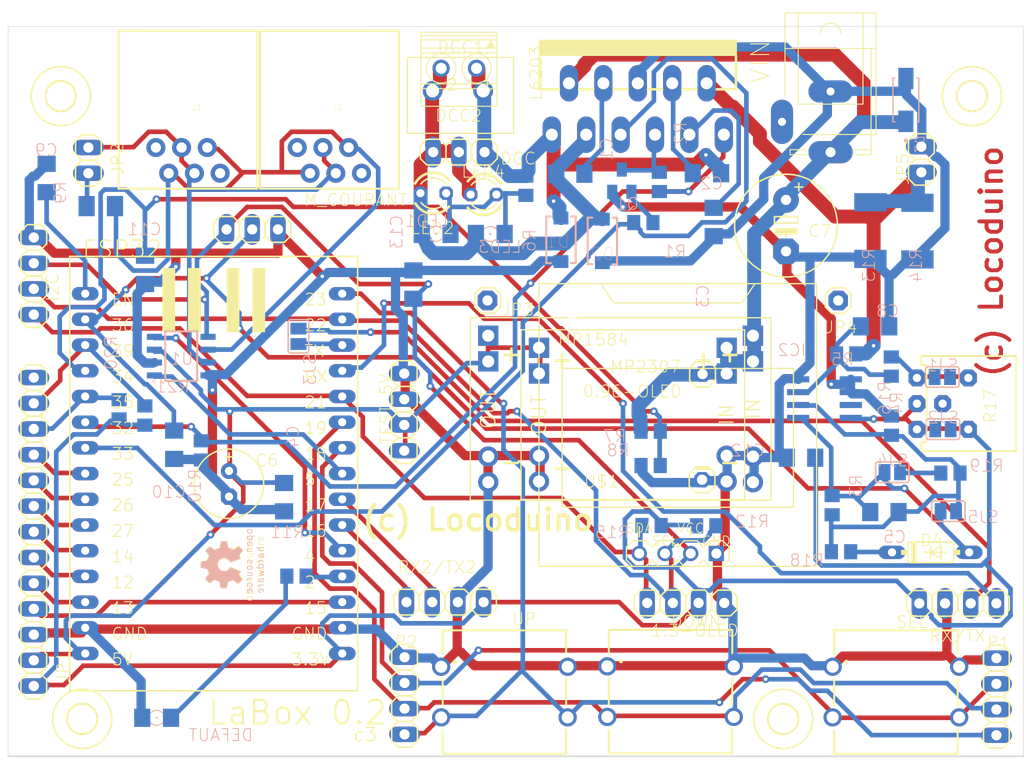
<source format=kicad_pcb>
(kicad_pcb (version 20240108) (generator "pcbnew") (generator_version "8.0")
  (layers (0 "F.Cu" signal) (31 "B.Cu" signal) (34 "B.Paste" user) (35 "F.Paste" user) (36 "B.SilkS" user "B.Silkscreen") (37 "F.SilkS" user "F.Silkscreen") (38 "B.Mask" user) (39 "F.Mask" user) (44 "Edge.Cuts" user))
  (net 0 "")
  (net 1 "N$1")
  (net 2 "N$2")
  (net 3 "N$3")
  (net 4 "N$5")
  (net 5 "N$7")
  (net 6 "N$9")
  (net 7 "N$11")
  (net 8 "GND")
  (net 9 "N$14")
  (net 10 "N$15")
  (net 11 "N$16")
  (net 12 "N$17")
  (net 13 "N$21")
  (net 14 "N$24")
  (net 15 "N$27")
  (net 16 "3V3")
  (net 17 "N$31")
  (net 18 "N$33")
  (net 19 "VS")
  (net 20 "N$13")
  (net 21 "N$22")
  (net 22 "N$18")
  (net 23 "N$34")
  (net 24 "N$41")
  (net 25 "N$42")
  (net 26 "N$8")
  (net 27 "N$10")
  (net 28 "N$19")
  (net 29 "N$45")
  (net 30 "N$46")
  (net 31 "N$48")
  (net 32 "N$49")
  (net 33 "N$52")
  (net 34 "N$29")
  (net 35 "N$30")
  (net 36 "N$4")
  (net 37 "N$20")
  (net 38 "N$23")
  (net 39 "N$25")
  (net 40 "N$26")
  (net 41 "N$28")
  (net 42 "N$32")
  (net 43 "N$35")
  (net 44 "N$36")
  (net 45 "N$37")
  (net 46 "N$38")
  (net 47 "N$6")
  (net 48 "N$12")
  (net 49 "N$39")
  (footprint "CENTRALE02c3:4304X60737X6" (layer "F.Cu") (at 163.802443 134.651491)
    (property "Reference" "DOWN")
    (property "Value" "")
  )
  (footprint "CENTRALE02c3:4304X60737X6" (layer "F.Cu") (at 147.384134 134.696)
    (property "Reference" "UP")
    (property "Value" "")
  )
  (footprint "CENTRALE02c3:1X02" (layer "F.Cu") (at 188.587106 82.060891 90)
    (property "Reference" "JP5")
    (property "Value" "")
  )
  (footprint "CENTRALE02c3:1X04" (layer "F.Cu") (at 137.487234 107.030094 90)
    (property "Reference" "TEST_5V")
    (property "Value" "")
  )
  (footprint "CENTRALE02c3:1X04" (layer "F.Cu") (at 196.003243 135.154219 -90)
    (property "Reference" "P1")
    (property "Value" "")
  )
  (footprint "CENTRALE02c3:ESP32" (layer "F.Cu") (at 102.1461 141.046)
    (property "Reference" "ESP32")
    (property "Value" "ESP32")
  )
  (footprint "CENTRALE02c3:SPC4077" (layer "F.Cu") (at 179.6161 78.343522 -90)
    (property "Reference" "VIN")
    (property "Value" "")
  )
  (footprint "CENTRALE02c3:LED3MM" (layer "F.Cu") (at 145.3185 85.530319 180)
    (property "Reference" "LED4")
    (property "Value" "")
  )
  (footprint "CENTRALE02c3:DO35-7" (layer "F.Cu") (at 189.500137 120.890672)
    (property "Reference" "D4")
    (property "Value" "1N4148")
  )
  (footprint "CENTRALE02c3:4304X60737X6" (layer "F.Cu") (at 186.072946 134.696)
    (property "Reference" "SEL")
    (property "Value" "")
  )
  (footprint "CENTRALE02c3:E2,5-7" (layer "F.Cu") (at 120.168403 114.114154 -90)
    (property "Reference" "C6")
    (property "Value" "220µF 16V")
  )
  (footprint "CENTRALE02c3:1X01" (layer "F.Cu") (at 166.965571 103.270354 180)
    (property "Reference" "MP1584")
    (property "Value" "")
  )
  (footprint "CENTRALE02c3:1751248" (layer "F.Cu") (at 142.88194 73.156816 180)
    (property "Reference" "DCC1")
    (property "Value" "1751248")
  )
  (footprint "CENTRALE02c3:3386-MULTI" (layer "F.Cu") (at 193.232243 106.1935 -90)
    (property "Reference" "R17")
    (property "Value" "50k")
  )
  (footprint "CENTRALE02c3:1X13" (layer "F.Cu") (at 100.8761 118.856757 90)
    (property "Reference" "JP1")
    (property "Value" "")
  )
  (footprint "CENTRALE02c3:2,8" (layer "F.Cu") (at 105.662762 137.345144)
    (property "Reference" "H4" (hide yes))
    (property "Value" "MOUNT-HOLE2.8" (hide yes))
  )
  (footprint "CENTRALE02c3:LED3MM" (layer "F.Cu") (at 140.356431 85.396313)
    (property "Reference" "LED2")
    (property "Value" "")
  )
  (footprint "CENTRALE02c3:DC-DC-STEP-DOWN" (layer "F.Cu") (at 158.867675 106.718579 180)
    (property "Reference" "U$1")
    (property "Value" "DC-DC-STEP-DOWNDC-DC")
  )
  (footprint "CENTRALE02c3:E5-10,5" (layer "F.Cu") (at 175.212265 88.599235 -90)
    (property "Reference" "C7")
    (property "Value" "470µ25V")
  )
  (footprint "CENTRALE02c3:RJ11-6" (layer "F.Cu") (at 116.1161 74.533522 180)
    (property "Reference" "J3")
    (property "Value" "RJ11")
  )
  (footprint "CENTRALE02c3:1X03" (layer "F.Cu") (at 122.4661 88.976)
    (property "Reference" "M_COURANT")
    (property "Value" "")
  )
  (footprint "CENTRALE02c3:1X01" (layer "F.Cu") (at 166.9161 113.714479 180)
    (property "Reference" "MP2307")
    (property "Value" "")
  )
  (footprint "CENTRALE02c3:1X04" (layer "F.Cu") (at 100.8761 93.583522 -90)
    (property "Reference" "I2C")
    (property "Value" "")
  )
  (footprint "CENTRALE02c3:MULTIWATT-11" (layer "F.Cu") (at 160.5661 73.263522)
    (property "Reference" "L6203")
    (property "Value" "L6203")
  )
  (footprint "CENTRALE02c3:DC-DC-STEP-DOWN-MP1584" (layer "F.Cu") (at 160.073393 107.277785 180)
    (property "Reference" "U$4" (hide yes))
    (property "Value" "MP1584")
  )
  (footprint "CENTRALE02c3:1X04" (layer "F.Cu") (at 192.195893 125.928275)
    (property "Reference" "RX/TX")
    (property "Value" "")
  )
  (footprint "CENTRALE02c3:1X04" (layer "F.Cu") (at 141.5161 125.806 180)
    (property "Reference" "RX2/TX2")
    (property "Value" "")
  )
  (footprint "CENTRALE02c3:2,8" (layer "F.Cu") (at 103.538743 75.803522)
    (property "Reference" "H3" (hide yes))
    (property "Value" "MOUNT-HOLE2.8" (hide yes))
  )
  (footprint "CENTRALE02c3:RJ11-6" (layer "F.Cu") (at 130.0861 74.533522 180)
    (property "Reference" "J2")
    (property "Value" "RJ11")
  )
  (footprint "CENTRALE02c3:1X02" (layer "F.Cu") (at 106.272871 82.153522 90)
    (property "Reference" "JP2")
    (property "Value" "")
  )
  (footprint "CENTRALE02c3:DISPLAY-OLED-128X64-I2C" (layer "F.Cu") (at 164.518815 108.303238 180)
    (property "Reference" "0.96-OLED")
    (property "Value" "OLED-128X64")
  )
  (footprint "CENTRALE02c3:1X01" (layer "F.Cu") (at 145.713543 95.997232)
    (property "Reference" "JP3")
    (property "Value" "")
  )
  (footprint "CENTRALE02c3:1X01" (layer "F.Cu") (at 180.371231 96.003297)
    (property "Reference" "JP4")
    (property "Value" "")
  )
  (footprint "CENTRALE02c3:2,8" (layer "F.Cu") (at 174.928787 137.358482)
    (property "Reference" "H1" (hide yes))
    (property "Value" "MOUNT-HOLE2.8" (hide yes))
  )
  (footprint "CENTRALE02c3:1X03" (layer "F.Cu") (at 142.881937 81.334207)
    (property "Reference" "DCC")
    (property "Value" "")
  )
  (footprint "CENTRALE02c3:691502710002" (layer "F.Cu") (at 142.7861 75.282291 180)
    (property "Reference" "DCC2")
    (property "Value" "")
  )
  (footprint "CENTRALE02c3:1X04" (layer "F.Cu") (at 165.303034 125.887338)
    (property "Reference" "1.3-OLED")
    (property "Value" "")
  )
  (footprint "CENTRALE02c3:1X04" (layer "F.Cu") (at 137.518646 135.064588 -90)
    (property "Reference" "P2")
    (property "Value" "")
  )
  (footprint "CENTRALE02c3:OSHW_5MM" (layer "F.Cu") (at 119.686996 122.119391 90)
    (property "Reference" "GOLD_ORB_SM1" (hide yes))
    (property "Value" "OSHWLOGOLOGO5MM" (hide yes))
  )
  (footprint "CENTRALE02c3:2,8" (layer "F.Cu") (at 193.5861 75.803522)
    (property "Reference" "H2" (hide yes))
    (property "Value" "MOUNT-HOLE2.8" (hide yes))
  )
  (footprint "CENTRALE02c3:C1206" (layer "B.Cu") (at 153.88979 83.478519 180)
    (property "Reference" "C1")
    (property "Value" "100nF")
  )
  (footprint "CENTRALE02c3:R0805" (layer "B.Cu") (at 162.697112 84.282991 -90)
    (property "Reference" "R2")
    (property "Value" "4K7")
  )
  (footprint "CENTRALE02c3:M1206" (layer "B.Cu") (at 107.500043 86.67135)
    (property "Reference" "R9")
    (property "Value" "120R")
  )
  (footprint "CENTRALE02c3:R0805" (layer "B.Cu") (at 179.771512 116.22776 -90)
    (property "Reference" "R3")
    (property "Value" "33K")
  )
  (footprint "CENTRALE02c3:SJ" (layer "B.Cu") (at 190.722975 108.714985 180)
    (property "Reference" "SJ2")
    (property "Value" "")
  )
  (footprint "CENTRALE02c3:R0805" (layer "B.Cu") (at 109.305568 106.751297 -90)
    (property "Reference" "R20")
    (property "Value" "47K")
  )
  (footprint "CENTRALE02c3:R0805" (layer "B.Cu") (at 181.163612 101.277225 180)
    (property "Reference" "R5")
    (property "Value" "10K")
  )
  (footprint "CENTRALE02c3:R2512" (layer "B.Cu") (at 183.552093 89.089747 90)
    (property "Reference" "R13")
    (property "Value" "0R5")
  )
  (footprint "CENTRALE02c3:R0805" (layer "B.Cu") (at 149.508071 84.659829 90)
    (property "Reference" "R6")
    (property "Value" "10K")
  )
  (footprint "CENTRALE02c3:R0805" (layer "B.Cu") (at 126.833515 123.240554)
    (property "Reference" "R11")
    (property "Value" "1K")
  )
  (footprint "CENTRALE02c3:R0805" (layer "B.Cu") (at 111.850334 107.371519 -90)
    (property "Reference" "R21")
    (property "Value" "47K")
  )
  (footprint "CENTRALE02c3:C1206" (layer "B.Cu") (at 176.699406 111.537338)
    (property "Reference" "C12")
    (property "Value" "100nF")
  )
  (footprint "CENTRALE02c3:C1206" (layer "B.Cu") (at 184.014259 98.555794 180)
    (property "Reference" "C8")
    (property "Value" "100nF")
  )
  (footprint "CENTRALE02c3:R0805" (layer "B.Cu") (at 161.112875 88.300838 180)
    (property "Reference" "R1")
    (property "Value" "47K")
  )
  (footprint "CENTRALE02c3:SJ" (layer "B.Cu") (at 191.25335 116.820582 180)
    (property "Reference" "SJ5")
    (property "Value" "")
  )
  (footprint "CENTRALE02c3:SMA-DIODE" (layer "B.Cu") (at 157.063737 90.115129 90)
    (property "Reference" "D2")
    (property "Value" "1N5819")
  )
  (footprint "CENTRALE02c3:C1206" (layer "B.Cu") (at 184.934734 116.907269 180)
    (property "Reference" "C5")
    (property "Value" "100nF")
  )
  (footprint "CENTRALE02c3:C1206" (layer "B.Cu") (at 167.399943 83.422682)
    (property "Reference" "C2")
    (property "Value" "100nF")
  )
  (footprint "CENTRALE02c3:R0805" (layer "B.Cu") (at 191.460262 113.057413)
    (property "Reference" "R19")
    (property "Value" "15K")
  )
  (footprint "CENTRALE02c3:C1206" (layer "B.Cu") (at 168.067759 88.241935 90)
    (property "Reference" "C3")
    (property "Value" "220nF")
  )
  (footprint "CENTRALE02c3:SJ" (layer "B.Cu") (at 190.659346 103.555913 180)
    (property "Reference" "SJ1")
    (property "Value" "")
  )
  (footprint "CENTRALE02c3:R0805" (layer "B.Cu") (at 117.427109 110.814694 90)
    (property "Reference" "R10")
    (property "Value" "10K")
  )
  (footprint "CENTRALE02c3:SJ" (layer "B.Cu") (at 127.033275 99.540804 90)
    (property "Reference" "SJ3")
    (property "Value" "")
  )
  (footprint "CENTRALE02c3:SOIC127P600X175-8N" (layer "B.Cu") (at 115.4471 101.496638)
    (property "Reference" "U1")
    (property "Value" "MCP2562-E/SN")
  )
  (footprint "CENTRALE02c3:1206" (layer "B.Cu") (at 145.986584 89.425838)
    (property "Reference" "LED3")
    (property "Value" "")
  )
  (footprint "CENTRALE02c3:1206" (layer "B.Cu") (at 113.015446 137.236922 180)
    (property "Reference" "DEFAUT")
    (property "Value" "")
  )
  (footprint "CENTRALE02c3:R2512" (layer "B.Cu") (at 188.199653 89.14425 90)
    (property "Reference" "R14")
    (property "Value" "0R5")
  )
  (footprint "CENTRALE02c3:C1206" (layer "B.Cu") (at 111.871887 92.975225 90)
    (property "Reference" "C11")
    (property "Value" "100nF")
  )
  (footprint "CENTRALE02c3:C1206" (layer "B.Cu") (at 138.385334 94.429788 -90)
    (property "Reference" "C13")
    (property "Value" "100nF")
  )
  (footprint "CENTRALE02c3:SOT23-BEC" (layer "B.Cu") (at 158.986021 84.158654 180)
    (property "Reference" "Q1")
    (property "Value" "")
  )
  (footprint "CENTRALE02c3:C1206" (layer "B.Cu") (at 125.61064 115.435397 -90)
    (property "Reference" "C4")
    (property "Value" "100nF")
  )
  (footprint "CENTRALE02c3:1206" (layer "B.Cu") (at 140.639021 89.418097 180)
    (property "Reference" "LED1")
    (property "Value" "")
  )
  (footprint "CENTRALE02c3:SO08" (layer "B.Cu") (at 179.013796 105.691872 90)
    (property "Reference" "IC2")
    (property "Value" "LM358D")
  )
  (footprint "CENTRALE02c3:R0805" (layer "B.Cu") (at 161.924081 118.23525 180)
    (property "Reference" "R15")
    (property "Value" "10K")
  )
  (footprint "CENTRALE02c3:R0805" (layer "B.Cu") (at 161.8361 112.308479)
    (property "Reference" "R8")
    (property "Value" "10K")
  )
  (footprint "CENTRALE02c3:DIOM4325X250N" (layer "B.Cu") (at 187.057687 76.180822 90)
    (property "Reference" "D3")
    (property "Value" "SS14")
  )
  (footprint "CENTRALE02c3:C1206" (layer "B.Cu") (at 114.749631 110.254269 90)
    (property "Reference" "C10")
    (property "Value" "100nF")
  )
  (footprint "CENTRALE02c3:SJ" (layer "B.Cu") (at 185.714565 112.964969 180)
    (property "Reference" "SJ4")
    (property "Value" "")
  )
  (footprint "CENTRALE02c3:R0805" (layer "B.Cu") (at 180.649562 120.828054 180)
    (property "Reference" "R18")
    (property "Value" "10K")
  )
  (footprint "CENTRALE02c3:OSHW_5MM" (layer "B.Cu") (at 119.682065 122.109472 -90)
    (property "Reference" "GOLD_ORB_SM2" (hide yes))
    (property "Value" "OSHWLOGOLOGO5MM" (hide yes))
  )
  (footprint "CENTRALE02c3:C1206" (layer "B.Cu") (at 102.1461 83.896 90)
    (property "Reference" "C9")
    (property "Value" "470nF")
  )
  (footprint "CENTRALE02c3:SMA-DIODE" (layer "B.Cu") (at 152.973528 90.002594 90)
    (property "Reference" "D1")
    (property "Value" "1N5819")
  )
  (footprint "CENTRALE02c3:R0805" (layer "B.Cu") (at 167.327696 118.26236)
    (property "Reference" "R12")
    (property "Value" "10K")
  )
  (footprint "CENTRALE02c3:R0805" (layer "B.Cu") (at 185.632687 108.370422 -90)
    (property "Reference" "R4")
    (property "Value" "10K")
  )
  (footprint "CENTRALE02c3:R0805" (layer "B.Cu") (at 161.8361 108.919544 180)
    (property "Reference" "R7")
    (property "Value" "68K")
  )
  (footprint "CENTRALE02c3:R0805" (layer "B.Cu") (at 185.615787 102.531182 90)
    (property "Reference" "R16")
    (property "Value" "220K")
  )
  (gr_line (start 198.6661 141.046) (end 198.6661 68.91) (stroke (width 0.05)) (layer "Edge.Cuts"))
  (gr_line (start 198.6661 68.91) (end 98.3361 68.925188) (stroke (width 0.05)) (layer "Edge.Cuts"))
  (gr_line (start 198.6661 141.046) (end 98.3361 141.046) (stroke (width 0.1524)) (layer "Edge.Cuts"))
  (gr_line (start 98.3361 68.925188) (end 98.3361 141.046) (stroke (width 0.05)) (layer "Edge.Cuts"))
  (gr_text "(c) Locoduino" (at 194.226159 80.527347 90) (layer "F.Cu") (effects (font (size 2.159 2.159) (thickness 0.381)) (justify right top)))
  (gr_text "c3" (at 132.362609 139.667297 0) (layer "F.SilkS") (effects (font (size 1.308608 1.308608) (thickness 0.113792)) (justify left bottom)))
  (gr_text "LaBox 0.2" (at 117.958887 138.097844 0) (layer "F.SilkS") (effects (font (size 2.3368 2.3368) (thickness 0.2032)) (justify left bottom)))
  (gr_text "(c) Locoduino" (at 133.154481 118.93225 0) (layer "F.SilkS") (effects (font (size 2.159 2.159) (thickness 0.381)) (justify left bottom)))
  (segment (start 162.1536 79.705) (end 162.1536 82.9435) (width 0.4572) (layer "B.Cu") (net 1))
  (segment (start 159.1056 83.134) (end 158.986021 83.058654) (width 0.4572) (layer "B.Cu") (net 1))
  (segment (start 162.3441 83.134) (end 159.1056 83.134) (width 0.4572) (layer "B.Cu") (net 1))
  (segment (start 162.5346 83.3245) (end 162.3441 83.134) (width 0.4572) (layer "B.Cu") (net 1))
  (segment (start 162.5346 83.3245) (end 162.697112 83.332991) (width 0.4572) (layer "B.Cu") (net 1))
  (segment (start 162.1536 82.9435) (end 162.697112 83.332991) (width 0.4572) (layer "B.Cu") (net 1))
  (segment (start 162.1536 79.705) (end 162.2661 79.613522) (width 0.4572) (layer "B.Cu") (net 1))
  (segment (start 155.2956 83.3245) (end 155.28979 83.478519) (width 0.4572) (layer "B.Cu") (net 2))
  (segment (start 157.0101 74.5615) (end 157.1661 74.533522) (width 0.4572) (layer "B.Cu") (net 2))
  (segment (start 157.0101 74.5615) (end 157.0101 81.0385) (width 0.4572) (layer "B.Cu") (net 2))
  (segment (start 155.2956 82.753) (end 155.2956 83.3245) (width 0.4572) (layer "B.Cu") (net 2))
  (segment (start 157.0101 81.0385) (end 155.2956 82.753) (width 0.4572) (layer "B.Cu") (net 2))
  (segment (start 164.0586 74.5615) (end 164.0586 81.0385) (width 0.4572) (layer "B.Cu") (net 3))
  (segment (start 164.0586 81.0385) (end 165.9636 82.9435) (width 0.4572) (layer "B.Cu") (net 3))
  (segment (start 165.9636 82.9435) (end 165.9636 83.3245) (width 0.4572) (layer "B.Cu") (net 3))
  (segment (start 164.0586 74.5615) (end 163.9661 74.533522) (width 0.4572) (layer "B.Cu") (net 3))
  (segment (start 165.9636 83.3245) (end 165.999943 83.422682) (width 0.4572) (layer "B.Cu") (net 3))
  (segment (start 152.2476 82.5625) (end 152.2476 86.182) (width 1.3716) (layer "F.Cu") (net 4))
  (segment (start 144.8181 74.752) (end 144.8181 73.228) (width 1.3716) (layer "F.Cu") (net 4))
  (segment (start 145.1991 75.133) (end 144.8181 74.752) (width 1.3716) (layer "F.Cu") (net 4))
  (segment (start 145.1991 75.133) (end 145.2861 75.282291) (width 1.3716) (layer "F.Cu") (net 4))
  (segment (start 152.2476 79.705) (end 152.0661 79.613522) (width 1.3716) (layer "F.Cu") (net 4))
  (segment (start 166.3446 82.5625) (end 167.2971 81.61) (width 1.3716) (layer "F.Cu") (net 4))
  (segment (start 152.2476 79.705) (end 152.2476 82.5625) (width 1.3716) (layer "F.Cu") (net 4))
  (segment (start 152.2476 82.5625) (end 166.3446 82.5625) (width 1.3716) (layer "F.Cu") (net 4))
  (segment (start 144.8181 73.228) (end 144.63194 73.056816) (width 1.3716) (layer "F.Cu") (net 4))
  (via (at 152.2476 86.182) (size 0.7564) (drill 0.35) (layers "F.Cu" "B.Cu") (net 4))
  (via (at 167.2971 81.61) (size 0.7564) (drill 0.35) (layers "F.Cu" "B.Cu") (net 4))
  (segment (start 152.0571 79.705) (end 152.0661 79.613522) (width 1.3716) (layer "B.Cu") (net 4))
  (segment (start 152.2476 86.182) (end 152.8191 86.7535) (width 1.3716) (layer "B.Cu") (net 4))
  (segment (start 152.8191 87.706) (end 152.973528 87.852594) (width 1.3716) (layer "B.Cu") (net 4))
  (segment (start 168.6306 82.9435) (end 168.6306 83.3245) (width 1.3716) (layer "B.Cu") (net 4))
  (segment (start 167.2971 81.61) (end 168.6306 82.9435) (width 1.3716) (layer "B.Cu") (net 4))
  (segment (start 152.0571 79.705) (end 149.7711 81.991) (width 1.3716) (layer "B.Cu") (net 4))
  (segment (start 145.5801 81.4195) (end 147.8661 83.7055) (width 1.3716) (layer "B.Cu") (net 4))
  (segment (start 145.3896 80.6575) (end 145.421937 81.334207) (width 1.3716) (layer "B.Cu") (net 4))
  (segment (start 145.3896 75.3235) (end 145.2861 75.282291) (width 1.3716) (layer "B.Cu") (net 4))
  (segment (start 145.3896 80.6575) (end 145.3896 75.3235) (width 1.3716) (layer "B.Cu") (net 4))
  (segment (start 152.8191 86.7535) (end 152.8191 87.706) (width 1.3716) (layer "B.Cu") (net 4))
  (segment (start 145.5801 81.4195) (end 145.421937 81.334207) (width 1.3716) (layer "B.Cu") (net 4))
  (segment (start 147.8661 83.7055) (end 149.3901 83.7055) (width 1.3716) (layer "B.Cu") (net 4))
  (segment (start 149.7711 81.991) (end 149.7711 83.134) (width 1.3716) (layer "B.Cu") (net 4))
  (segment (start 149.3901 83.7055) (end 149.508071 83.709829) (width 1.3716) (layer "B.Cu") (net 4))
  (segment (start 149.7711 83.134) (end 149.508071 83.709829) (width 1.3716) (layer "B.Cu") (net 4))
  (segment (start 168.6306 83.3245) (end 168.799943 83.422682) (width 1.3716) (layer "B.Cu") (net 4))
  (segment (start 161.9631 88.2775) (end 162.062875 88.300838) (width 0.4572) (layer "B.Cu") (net 5))
  (segment (start 160.0581 85.9915) (end 160.0581 85.42) (width 0.4572) (layer "B.Cu") (net 5))
  (segment (start 160.0581 85.42) (end 159.936021 85.258654) (width 0.4572) (layer "B.Cu") (net 5))
  (segment (start 161.9631 88.2775) (end 161.9631 87.8965) (width 0.4572) (layer "B.Cu") (net 5))
  (segment (start 161.9631 87.8965) (end 160.0581 85.9915) (width 0.4572) (layer "B.Cu") (net 5))
  (segment (start 170.5356 77.9905) (end 170.5356 84.4675) (width 0.4572) (layer "B.Cu") (net 6))
  (segment (start 165.7731 79.5145) (end 165.6661 79.613522) (width 0.4572) (layer "B.Cu") (net 6))
  (segment (start 170.5356 84.4675) (end 168.2496 86.7535) (width 0.4572) (layer "B.Cu") (net 6))
  (segment (start 168.0591 77.2285) (end 169.7736 77.2285) (width 0.4572) (layer "B.Cu") (net 6))
  (segment (start 168.2496 86.7535) (end 168.067759 86.841935) (width 0.4572) (layer "B.Cu") (net 6))
  (segment (start 169.7736 77.2285) (end 170.5356 77.9905) (width 0.4572) (layer "B.Cu") (net 6))
  (segment (start 165.7731 79.5145) (end 168.0591 77.2285) (width 0.4572) (layer "B.Cu") (net 6))
  (segment (start 169.7736 76.8475) (end 167.4876 74.5615) (width 1.3716) (layer "F.Cu") (net 7))
  (segment (start 172.6311 80.2765) (end 172.6311 79.5145) (width 1.3716) (layer "F.Cu") (net 7))
  (segment (start 167.4876 74.5615) (end 167.3661 74.533522) (width 1.3716) (layer "F.Cu") (net 7))
  (segment (start 188.4426 83.515) (end 183.8706 88.087) (width 1.3716) (layer "F.Cu") (net 7))
  (segment (start 183.2991 87.706) (end 180.0606 87.706) (width 1.3716) (layer "F.Cu") (net 7))
  (segment (start 183.8706 88.087) (end 183.8706 100.4695) (width 1.3716) (layer "F.Cu") (net 7))
  (segment (start 180.0606 87.706) (end 172.6311 80.2765) (width 1.3716) (layer "F.Cu") (net 7))
  (segment (start 188.4426 83.515) (end 188.587106 83.330891) (width 1.3716) (layer "F.Cu") (net 7))
  (segment (start 169.9641 76.8475) (end 169.7736 76.8475) (width 1.3716) (layer "F.Cu") (net 7))
  (segment (start 172.6311 79.5145) (end 169.9641 76.8475) (width 1.3716) (layer "F.Cu") (net 7))
  (segment (start 183.2991 87.706) (end 183.8706 88.087) (width 1.3716) (layer "F.Cu") (net 7))
  (via (at 183.8706 100.4695) (size 0.7564) (drill 0.35) (layers "F.Cu" "B.Cu") (net 7))
  (segment (start 183.8706 100.4695) (end 183.1086 101.2315) (width 1.3716) (layer "B.Cu") (net 7))
  (segment (start 187.6806 86.182) (end 183.6801 86.182) (width 1.3716) (layer "B.Cu") (net 7))
  (segment (start 188.2521 86.182) (end 188.199653 86.34425) (width 1.3716) (layer "B.Cu") (net 7))
  (segment (start 187.6806 86.182) (end 188.199653 86.34425) (width 1.3716) (layer "B.Cu") (net 7))
  (segment (start 183.1086 101.2315) (end 182.1561 101.2315) (width 1.3716) (layer "B.Cu") (net 7))
  (segment (start 188.2521 83.7055) (end 188.2521 86.182) (width 1.3716) (layer "B.Cu") (net 7))
  (segment (start 188.4426 83.515) (end 188.2521 83.7055) (width 1.3716) (layer "B.Cu") (net 7))
  (segment (start 183.6801 86.182) (end 183.552093 86.289747) (width 1.3716) (layer "B.Cu") (net 7))
  (segment (start 188.4426 83.515) (end 188.587106 83.330891) (width 1.3716) (layer "B.Cu") (net 7))
  (segment (start 182.1561 101.2315) (end 182.113612 101.277225) (width 1.3716) (layer "B.Cu") (net 7))
  (segment (start 193.0146 131.521) (end 195.8721 131.521) (width 0.9144) (layer "F.Cu") (net 8))
  (segment (start 179.8701 132.0925) (end 179.822946 132.196) (width 0.9144) (layer "F.Cu") (net 8))
  (segment (start 118.5291 104.851) (end 118.5291 113.4235) (width 0.9144) (layer "F.Cu") (net 8))
  (segment (start 195.8721 131.521) (end 196.003243 131.344219) (width 0.9144) (layer "F.Cu") (net 8))
  (segment (start 143.4846 111.328) (end 145.3896 111.328) (width 0.9144) (layer "F.Cu") (net 8))
  (segment (start 169.0116 125.806) (end 168.4401 125.2345) (width 0.9144) (layer "F.Cu") (net 8))
  (segment (start 141.1986 132.0925) (end 142.7226 130.5685) (width 0.9144) (layer "F.Cu") (net 8))
  (segment (start 192.6336 131.902) (end 193.0146 131.521) (width 0.9144) (layer "F.Cu") (net 8))
  (segment (start 125.0061 91.3255) (end 125.0061 88.976) (width 0.9144) (layer "F.Cu") (net 8))
  (segment (start 175.1076 91.135) (end 170.7261 86.7535) (width 0.9144) (layer "F.Cu") (net 8))
  (segment (start 192.6336 131.902) (end 192.322946 132.196) (width 0.9144) (layer "F.Cu") (net 8))
  (segment (start 137.5791 105.613) (end 137.487234 105.760094) (width 0.9144) (layer "F.Cu") (net 8))
  (segment (start 150.3426 111.328) (end 146.1516 111.328) (width 0.9144) (layer "F.Cu") (net 8))
  (segment (start 145.7706 113.8045) (end 145.786675 113.957579) (width 0.9144) (layer "F.Cu") (net 8))
  (segment (start 137.9601 105.8035) (end 143.4846 111.328) (width 0.9144) (layer "F.Cu") (net 8))
  (segment (start 169.2021 120.091) (end 169.2021 113.995) (width 0.9144) (layer "F.Cu") (net 8))
  (segment (start 150.9141 113.8045) (end 150.802393 113.881785) (width 0.9144) (layer "F.Cu") (net 8))
  (segment (start 190.7286 131.14) (end 191.1096 130.9495) (width 0.9144) (layer "F.Cu") (net 8))
  (segment (start 131.2926 128.473) (end 131.3561 128.346) (width 0.9144) (layer "F.Cu") (net 8))
  (segment (start 169.2021 113.995) (end 169.344393 113.881785) (width 0.9144) (layer "F.Cu") (net 8))
  (segment (start 191.1096 125.9965) (end 190.925893 125.928275) (width 0.9144) (layer "F.Cu") (net 8))
  (segment (start 175.2981 91.516) (end 175.2981 93.421) (width 0.9144) (layer "F.Cu") (net 8))
  (segment (start 153.7716 132.0925) (end 153.634134 132.196) (width 0.9144) (layer "F.Cu") (net 8))
  (segment (start 150.3426 111.328) (end 150.802393 111.341785) (width 0.9144) (layer "F.Cu") (net 8))
  (segment (start 131.2926 128.473) (end 106.3371 128.473) (width 0.9144) (layer "F.Cu") (net 8))
  (segment (start 114.9096 91.3255) (end 125.0061 91.3255) (width 0.9144) (layer "F.Cu") (net 8))
  (segment (start 169.9641 132.0925) (end 170.052443 132.151491) (width 0.9144) (layer "F.Cu") (net 8))
  (segment (start 118.5291 113.4235) (end 120.0531 114.9475) (width 0.9144) (layer "F.Cu") (net 8))
  (segment (start 105.9561 128.473) (end 105.9561 128.346) (width 0.9144) (layer "F.Cu") (net 8))
  (segment (start 137.5791 103.327) (end 137.5791 105.613) (width 0.9144) (layer "F.Cu") (net 8))
  (segment (start 179.8701 132.0925) (end 180.8226 131.14) (width 0.9144) (layer "F.Cu") (net 8))
  (segment (start 142.7226 130.5685) (end 142.7226 125.806) (width 0.9144) (layer "F.Cu") (net 8))
  (segment (start 145.7706 111.5185) (end 145.786675 111.417579) (width 0.9144) (layer "F.Cu") (net 8))
  (segment (start 144.4371 132.0925) (end 153.2001 132.0925) (width 0.9144) (layer "F.Cu") (net 8))
  (segment (start 102.9081 91.3255) (end 114.9096 91.3255) (width 0.9144) (layer "F.Cu") (net 8))
  (segment (start 105.9561 128.473) (end 105.5751 128.854) (width 0.9144) (layer "F.Cu") (net 8))
  (segment (start 120.0531 114.9475) (end 120.0531 115.3285) (width 0.9144) (layer "F.Cu") (net 8))
  (segment (start 169.0116 125.806) (end 169.113034 125.887338) (width 0.9144) (layer "F.Cu") (net 8))
  (segment (start 101.0031 128.854) (end 100.8761 129.016757) (width 0.9144) (layer "F.Cu") (net 8))
  (segment (start 192.2526 132.0925) (end 192.322946 132.196) (width 0.9144) (layer "F.Cu") (net 8))
  (segment (start 125.3871 89.611) (end 125.0061 88.976) (width 0.9144) (layer "F.Cu") (net 8))
  (segment (start 101.3841 89.8015) (end 102.9081 91.3255) (width 0.9144) (layer "F.Cu") (net 8))
  (segment (start 175.2981 93.421) (end 179.6796 97.8025) (width 0.9144) (layer "F.Cu") (net 8))
  (segment (start 191.1096 130.9495) (end 191.1096 125.9965) (width 0.9144) (layer "F.Cu") (net 8))
  (segment (start 143.1036 130.759) (end 142.7226 130.5685) (width 0.9144) (layer "F.Cu") (net 8))
  (segment (start 168.4401 125.2345) (end 168.4401 121.0435) (width 0.9144) (layer "F.Cu") (net 8))
  (segment (start 114.9096 91.3255) (end 114.9096 92.659) (width 0.9144) (layer "F.Cu") (net 8))
  (segment (start 157.3911 132.0925) (end 157.552443 132.151491) (width 0.9144) (layer "F.Cu") (net 8))
  (segment (start 175.2981 91.516) (end 175.212265 91.139235) (width 0.9144) (layer "F.Cu") (net 8))
  (segment (start 157.9626 132.0925) (end 169.9641 132.0925) (width 0.9144) (layer "F.Cu") (net 8))
  (segment (start 179.6796 97.8025) (end 179.6796 104.2795) (width 0.9144) (layer "F.Cu") (net 8))
  (segment (start 145.7706 111.5185) (end 145.7706 113.8045) (width 0.9144) (layer "F.Cu") (net 8))
  (segment (start 101.0031 89.8015) (end 101.3841 89.8015) (width 0.9144) (layer "F.Cu") (net 8))
  (segment (start 129.3876 93.6115) (end 125.3871 89.611) (width 0.9144) (layer "F.Cu") (net 8))
  (segment (start 168.6306 120.6625) (end 168.328815 121.003238) (width 0.9144) (layer "F.Cu") (net 8))
  (segment (start 105.5751 128.854) (end 101.0031 128.854) (width 0.9144) (layer "F.Cu") (net 8))
  (segment (start 106.3371 128.473) (end 105.9561 128.346) (width 0.9144) (layer "F.Cu") (net 8))
  (segment (start 137.5791 103.327) (end 137.487234 103.220094) (width 0.9144) (layer "F.Cu") (net 8))
  (segment (start 153.2001 132.0925) (end 153.634134 132.196) (width 0.9144) (layer "F.Cu") (net 8))
  (segment (start 120.0531 115.3285) (end 120.168403 115.384154) (width 0.9144) (layer "F.Cu") (net 8))
  (segment (start 192.2526 132.0925) (end 191.1096 130.9495) (width 0.9144) (layer "F.Cu") (net 8))
  (segment (start 142.7226 125.806) (end 142.7861 125.806) (width 0.9144) (layer "F.Cu") (net 8))
  (segment (start 180.8226 131.14) (end 190.7286 131.14) (width 0.9144) (layer "F.Cu") (net 8))
  (segment (start 157.9626 132.0925) (end 157.552443 132.151491) (width 0.9144) (layer "F.Cu") (net 8))
  (segment (start 141.1986 132.0925) (end 141.134134 132.196) (width 0.9144) (layer "F.Cu") (net 8))
  (segment (start 150.9141 111.5185) (end 150.9141 113.8045) (width 0.9144) (layer "F.Cu") (net 8))
  (segment (start 143.1036 130.759) (end 144.4371 132.0925) (width 0.9144) (layer "F.Cu") (net 8))
  (segment (start 101.0031 89.8015) (end 100.8761 89.773522) (width 0.9144) (layer "F.Cu") (net 8))
  (segment (start 146.1516 111.328) (end 145.786675 111.417579) (width 0.9144) (layer "F.Cu") (net 8))
  (segment (start 168.6306 120.6625) (end 169.2021 120.091) (width 0.9144) (layer "F.Cu") (net 8))
  (segment (start 175.1076 91.135) (end 175.212265 91.139235) (width 0.9144) (layer "F.Cu") (net 8))
  (segment (start 150.9141 111.5185) (end 150.802393 111.341785) (width 0.9144) (layer "F.Cu") (net 8))
  (segment (start 170.7261 86.7535) (end 159.1056 86.7535) (width 0.9144) (layer "F.Cu") (net 8))
  (segment (start 157.3911 132.0925) (end 153.7716 132.0925) (width 0.9144) (layer "F.Cu") (net 8))
  (segment (start 145.3896 111.328) (end 145.786675 111.417579) (width 0.9144) (layer "F.Cu") (net 8))
  (segment (start 137.9601 105.8035) (end 137.487234 105.760094) (width 0.9144) (layer "F.Cu") (net 8))
  (segment (start 168.4401 121.0435) (end 168.328815 121.003238) (width 0.9144) (layer "F.Cu") (net 8))
  (via (at 118.5291 104.851) (size 0.7564) (drill 0.35) (layers "F.Cu" "B.Cu") (net 8))
  (via (at 114.9096 92.659) (size 0.7564) (drill 0.35) (layers "F.Cu" "B.Cu") (net 8))
  (via (at 129.3876 93.6115) (size 0.7564) (drill 0.35) (layers "F.Cu" "B.Cu") (net 8))
  (via (at 159.1056 86.7535) (size 0.7564) (drill 0.35) (layers "F.Cu" "B.Cu") (net 8))
  (via (at 179.6796 104.2795) (size 0.7564) (drill 0.35) (layers "F.Cu" "B.Cu") (net 8))
  (segment (start 158.1531 85.42) (end 158.036021 85.258654) (width 0.9144) (layer "B.Cu") (net 8))
  (segment (start 105.9561 128.473) (end 105.9561 128.346) (width 0.9144) (layer "B.Cu") (net 8))
  (segment (start 175.2981 91.3255) (end 175.212265 91.139235) (width 0.9144) (layer "B.Cu") (net 8))
  (segment (start 187.1091 75.3235) (end 187.1091 73.99) (width 0.9144) (layer "B.Cu") (net 8))
  (segment (start 181.5846 104.6605) (end 181.613796 105.056872) (width 0.9144) (layer "B.Cu") (net 8))
  (segment (start 157.2006 92.0875) (end 157.063737 92.265129) (width 0.9144) (layer "B.Cu") (net 8))
  (segment (start 137.3886 131.14) (end 134.7216 128.473) (width 0.9144) (layer "B.Cu") (net 8))
  (segment (start 165.7731 92.0875) (end 157.2006 92.0875) (width 0.9144) (layer "B.Cu") (net 8))
  (segment (start 183.6801 91.897) (end 183.552093 91.889747) (width 0.9144) (layer "B.Cu") (net 8))
  (segment (start 120.0531 114.9475) (end 117.5766 112.471) (width 0.9144) (layer "B.Cu") (net 8))
  (segment (start 167.2971 113.8045) (end 169.2021 113.8045) (width 0.9144) (layer "B.Cu") (net 8))
  (segment (start 100.8126 83.7055) (end 101.0031 83.7055) (width 0.9144) (layer "B.Cu") (net 8))
  (segment (start 177.5841 102.184) (end 177.5841 91.7065) (width 0.9144) (layer "B.Cu") (net 8))
  (segment (start 106.3371 128.473) (end 111.4806 133.6165) (width 0.9144) (layer "B.Cu") (net 8))
  (segment (start 118.5291 103.327) (end 118.5291 104.851) (width 0.9144) (layer "B.Cu") (net 8))
  (segment (start 141.0081 132.0925) (end 140.2461 131.3305) (width 0.9144) (layer "B.Cu") (net 8))
  (segment (start 129.3876 93.6115) (end 129.48285 93.70675) (width 0.9144) (layer "B.Cu") (net 8))
  (segment (start 111.0996 95.326) (end 111.0996 101.422) (width 0.9144) (layer "B.Cu") (net 8))
  (segment (start 176.4411 103.327) (end 177.5841 102.184) (width 0.9144) (layer "B.Cu") (net 8))
  (segment (start 173.0121 83.896) (end 173.0121 85.9915) (width 0.9144) (layer "B.Cu") (net 8))
  (segment (start 161.0106 112.471) (end 160.8861 112.308479) (width 0.9144) (layer "B.Cu") (net 8))
  (segment (start 168.4401 89.4205) (end 168.067759 89.641935) (width 0.9144) (layer "B.Cu") (net 8))
  (segment (start 190.9191 82.5625) (end 190.1571 81.8005) (width 0.9144) (layer "B.Cu") (net 8))
  (segment (start 151.025009 92.0875) (end 152.8191 92.0875) (width 0.9144) (layer "B.Cu") (net 8))
  (segment (start 174.5361 111.1375) (end 175.299406 111.537338) (width 0.9144) (layer "B.Cu") (net 8))
  (segment (start 176.4411 103.327) (end 176.413796 103.786872) (width 0.9144) (layer "B.Cu") (net 8))
  (segment (start 188.2521 91.516) (end 190.9191 88.849) (width 0.9144) (layer "B.Cu") (net 8))
  (segment (start 174.5361 111.1375) (end 174.5361 104.2795) (width 0.9144) (layer "B.Cu") (net 8))
  (segment (start 188.6331 80.6575) (end 188.6331 77.2285) (width 0.9144) (layer "B.Cu") (net 8))
  (segment (start 179.4891 75.3235) (end 175.1076 70.942) (width 0.9144) (layer "B.Cu") (net 8))
  (segment (start 181.7751 105.232) (end 181.613796 105.056872) (width 0.9144) (layer "B.Cu") (net 8))
  (segment (start 141.0081 132.0925) (end 141.134134 132.196) (width 0.9144) (layer "B.Cu") (net 8))
  (segment (start 138.387762 93.026794) (end 138.385334 93.029788) (width 0.9144) (layer "B.Cu") (net 8))
  (segment (start 177.5841 91.7065) (end 183.1086 91.7065) (width 0.9144) (layer "B.Cu") (net 8))
  (segment (start 138.387762 93.026794) (end 150.085715 93.026794) (width 0.9144) (layer "B.Cu") (net 8))
  (segment (start 185.2041 107.3275) (end 185.5851 107.3275) (width 0.9144) (layer "B.Cu") (net 8))
  (segment (start 111.8616 94.564) (end 111.871887 94.375225) (width 0.9144) (layer "B.Cu") (net 8))
  (segment (start 190.9191 88.849) (end 190.9191 82.5625) (width 0.9144) (layer "B.Cu") (net 8))
  (segment (start 179.2986 75.7045) (end 179.6161 75.343522) (width 0.9144) (layer "B.Cu") (net 8))
  (segment (start 168.0591 89.8015) (end 168.067759 89.641935) (width 0.9144) (layer "B.Cu") (net 8))
  (segment (start 111.8616 94.564) (end 111.0996 95.326) (width 0.9144) (layer "B.Cu") (net 8))
  (segment (start 189.0141 80.848) (end 188.587106 80.790891) (width 0.9144) (layer "B.Cu") (net 8))
  (segment (start 114.9096 111.709) (end 117.3861 111.709) (width 0.9144) (layer "B.Cu") (net 8))
  (segment (start 167.2971 113.8045) (end 166.9161 113.714479) (width 0.9144) (layer "B.Cu") (net 8))
  (segment (start 171.4881 111.328) (end 169.7736 111.328) (width 0.9144) (layer "B.Cu") (net 8))
  (segment (start 179.2986 77.6095) (end 173.0121 83.896) (width 0.9144) (layer "B.Cu") (net 8))
  (segment (start 166.7256 113.995) (end 161.9631 113.995) (width 0.9144) (layer "B.Cu") (net 8))
  (segment (start 100.8126 89.611) (end 100.4316 89.23) (width 0.9144) (layer "B.Cu") (net 8))
  (segment (start 169.3926 111.5185) (end 169.344393 111.341785) (width 0.9144) (layer "B.Cu") (net 8))
  (segment (start 158.1531 85.801) (end 158.1531 85.42) (width 0.9144) (layer "B.Cu") (net 8))
  (segment (start 160.6296 73.4185) (end 160.6296 74.371) (width 0.9144) (layer "B.Cu") (net 8))
  (segment (start 111.4806 137.236) (end 111.593446 137.236922) (width 0.9144) (layer "B.Cu") (net 8))
  (segment (start 119.8626 103.327) (end 118.5291 103.327) (width 0.9144) (layer "B.Cu") (net 8))
  (segment (start 137.9601 131.3305) (end 137.518646 131.254588) (width 0.9144) (layer "B.Cu") (net 8))
  (segment (start 129.9591 93.2305) (end 129.48285 93.70675) (width 0.9144) (layer "B.Cu") (net 8))
  (segment (start 181.5846 104.2795) (end 181.5846 103.8985) (width 0.9144) (layer "B.Cu") (net 8))
  (segment (start 117.5766 112.09) (end 117.427109 111.764694) (width 0.9144) (layer "B.Cu") (net 8))
  (segment (start 142.9131 125.806) (end 142.7861 125.806) (width 0.9144) (layer "B.Cu") (net 8))
  (segment (start 112.2426 94.183) (end 111.871887 94.375225) (width 0.9144) (layer "B.Cu") (net 8))
  (segment (start 137.9601 93.2305) (end 138.385334 93.029788) (width 0.9144) (layer "B.Cu") (net 8))
  (segment (start 175.6791 91.7065) (end 177.5841 91.7065) (width 0.9144) (layer "B.Cu") (net 8))
  (segment (start 113.3856 94.183) (end 112.2426 94.183) (width 0.9144) (layer "B.Cu") (net 8))
  (segment (start 185.7756 93.421) (end 185.3946 93.6115) (width 0.9144) (layer "B.Cu") (net 8))
  (segment (start 161.0106 113.0425) (end 161.0106 112.471) (width 0.9144) (layer "B.Cu") (net 8))
  (segment (start 185.5851 107.3275) (end 185.632687 107.420422) (width 0.9144) (layer "B.Cu") (net 8))
  (segment (start 180.0606 75.3235) (end 187.1091 75.3235) (width 0.9144) (layer "B.Cu") (net 8))
  (segment (start 112.6236 102.184) (end 112.7971 102.131638) (width 0.9144) (layer "B.Cu") (net 8))
  (segment (start 169.9641 132.0925) (end 170.052443 132.151491) (width 0.9144) (layer "B.Cu") (net 8))
  (segment (start 136.6266 96.85) (end 137.3886 97.612) (width 0.9144) (layer "B.Cu") (net 8))
  (segment (start 121.3866 116.662) (end 125.5776 116.662) (width 0.9144) (layer "B.Cu") (net 8))
  (segment (start 190.1571 81.8005) (end 189.9666 81.8005) (width 0.9144) (layer "B.Cu") (net 8))
  (segment (start 179.4891 75.3235) (end 179.6161 75.343522) (width 0.9144) (layer "B.Cu") (net 8))
  (segment (start 137.3886 97.612) (end 137.3886 103.1365) (width 0.9144) (layer "B.Cu") (net 8))
  (segment (start 170.3451 131.3305) (end 177.0126 131.3305) (width 0.9144) (layer "B.Cu") (net 8))
  (segment (start 170.3451 131.3305) (end 170.052443 132.151491) (width 0.9144) (layer "B.Cu") (net 8))
  (segment (start 137.3886 103.1365) (end 137.487234 103.220094) (width 0.9144) (layer "B.Cu") (net 8))
  (segment (start 117.5766 112.471) (end 117.5766 112.09) (width 0.9144) (layer "B.Cu") (net 8))
  (segment (start 120.2436 115.519) (end 120.168403 115.384154) (width 0.9144) (layer "B.Cu") (net 8))
  (segment (start 188.2521 91.516) (end 188.199653 91.94425) (width 0.9144) (layer "B.Cu") (net 8))
  (segment (start 173.0121 85.9915) (end 169.5831 89.4205) (width 0.9144) (layer "B.Cu") (net 8))
  (segment (start 181.5846 104.6605) (end 181.5846 104.2795) (width 0.9144) (layer "B.Cu") (net 8))
  (segment (start 142.9131 125.806) (end 142.9131 125.2345) (width 0.9144) (layer "B.Cu") (net 8))
  (segment (start 166.9161 113.8045) (end 166.9161 113.714479) (width 0.9144) (layer "B.Cu") (net 8))
  (segment (start 180.0606 75.3235) (end 179.6161 75.343522) (width 0.9144) (layer "B.Cu") (net 8))
  (segment (start 169.3926 113.4235) (end 169.3926 111.5185) (width 0.9144) (layer "B.Cu") (net 8))
  (segment (start 181.5846 103.8985) (end 181.613796 103.786872) (width 0.9144) (layer "B.Cu") (net 8))
  (segment (start 187.1091 92.0875) (end 188.0616 92.0875) (width 0.9144) (layer "B.Cu") (net 8))
  (segment (start 181.7751 105.232) (end 183.1086 105.232) (width 0.9144) (layer "B.Cu") (net 8))
  (segment (start 145.7706 113.995) (end 145.786675 113.957579) (width 0.9144) (layer "B.Cu") (net 8))
  (segment (start 111.4806 133.6165) (end 111.4806 137.236) (width 0.9144) (layer "B.Cu") (net 8))
  (segment (start 152.8191 92.0875) (end 152.973528 92.152594) (width 0.9144) (layer "B.Cu") (net 8))
  (segment (start 172.0596 111.8995) (end 171.948675 111.417579) (width 0.9144) (layer "B.Cu") (net 8))
  (segment (start 161.9631 113.995) (end 161.0106 113.0425) (width 0.9144) (layer "B.Cu") (net 8))
  (segment (start 175.2981 91.3255) (end 175.6791 91.7065) (width 0.9144) (layer "B.Cu") (net 8))
  (segment (start 169.2021 113.8045) (end 169.344393 113.881785) (width 0.9144) (layer "B.Cu") (net 8))
  (segment (start 177.0126 131.3305) (end 177.7746 132.0925) (width 0.9144) (layer "B.Cu") (net 8))
  (segment (start 169.5831 89.4205) (end 168.4401 89.4205) (width 0.9144) (layer "B.Cu") (net 8))
  (segment (start 185.3946 98.374) (end 185.414259 98.555794) (width 0.9144) (layer "B.Cu") (net 8))
  (segment (start 188.6331 80.6575) (end 188.587106 80.790891) (width 0.9144) (layer "B.Cu") (net 8))
  (segment (start 100.8126 89.611) (end 100.8761 89.773522) (width 0.9144) (layer "B.Cu") (net 8))
  (segment (start 131.4831 128.473) (end 131.3561 128.346) (width 0.9144) (layer "B.Cu") (net 8))
  (segment (start 183.6801 91.897) (end 185.3946 93.6115) (width 0.9144) (layer "B.Cu") (net 8))
  (segment (start 179.6796 104.2795) (end 181.5846 104.2795) (width 0.9144) (layer "B.Cu") (net 8))
  (segment (start 175.1076 70.942) (end 163.1061 70.942) (width 0.9144) (layer "B.Cu") (net 8))
  (segment (start 142.9131 125.2345) (end 145.7706 122.377) (width 0.9144) (layer "B.Cu") (net 8))
  (segment (start 102.1461 82.5625) (end 102.1461 82.496) (width 0.9144) (layer "B.Cu") (net 8))
  (segment (start 177.7746 132.0925) (end 179.6796 132.0925) (width 0.9144) (layer "B.Cu") (net 8))
  (segment (start 101.0031 83.7055) (end 102.1461 82.5625) (width 0.9144) (layer "B.Cu") (net 8))
  (segment (start 188.6331 77.2285) (end 187.1091 75.7045) (width 0.9144) (layer "B.Cu") (net 8))
  (segment (start 129.48285 93.70675) (end 119.8626 103.327) (width 0.9144) (layer "B.Cu") (net 8))
  (segment (start 166.9161 113.8045) (end 166.7256 113.995) (width 0.9144) (layer "B.Cu") (net 8))
  (segment (start 105.9561 128.473) (end 106.3371 128.473) (width 0.9144) (layer "B.Cu") (net 8))
  (segment (start 137.9601 93.2305) (end 136.6266 93.2305) (width 0.9144) (layer "B.Cu") (net 8))
  (segment (start 100.4316 84.0865) (end 100.8126 83.7055) (width 0.9144) (layer "B.Cu") (net 8))
  (segment (start 100.4316 89.23) (end 100.4316 84.0865) (width 0.9144) (layer "B.Cu") (net 8))
  (segment (start 163.1061 70.942) (end 160.6296 73.4185) (width 0.9144) (layer "B.Cu") (net 8))
  (segment (start 134.7216 128.473) (end 131.4831 128.473) (width 0.9144) (layer "B.Cu") (net 8))
  (segment (start 118.5291 103.327) (end 118.1481 103.327) (width 0.9144) (layer "B.Cu") (net 8))
  (segment (start 176.413796 103.786872) (end 176.348171 103.721247) (width 0.9144) (layer "B.Cu") (net 8))
  (segment (start 136.6266 93.2305) (end 136.6266 96.85) (width 0.9144) (layer "B.Cu") (net 8))
  (segment (start 137.3886 131.14) (end 137.518646 131.254588) (width 0.9144) (layer "B.Cu") (net 8))
  (segment (start 183.1086 105.232) (end 185.2041 107.3275) (width 0.9144) (layer "B.Cu") (net 8))
  (segment (start 111.8616 102.184) (end 112.6236 102.184) (width 0.9144) (layer "B.Cu") (net 8))
  (segment (start 169.2021 125.9965) (end 169.113034 125.887338) (width 0.9144) (layer "B.Cu") (net 8))
  (segment (start 172.0596 111.5185) (end 175.2981 111.5185) (width 0.9144) (layer "B.Cu") (net 8))
  (segment (start 117.3861 111.709) (end 117.427109 111.764694) (width 0.9144) (layer "B.Cu") (net 8))
  (segment (start 183.1086 91.7065) (end 183.552093 91.889747) (width 0.9144) (layer "B.Cu") (net 8))
  (segment (start 185.3946 93.6115) (end 185.3946 98.374) (width 0.9144) (layer "B.Cu") (net 8))
  (segment (start 188.0616 92.0875) (end 188.199653 91.94425) (width 0.9144) (layer "B.Cu") (net 8))
  (segment (start 179.2986 75.7045) (end 179.2986 77.6095) (width 0.9144) (layer "B.Cu") (net 8))
  (segment (start 189.9666 81.8005) (end 189.0141 80.848) (width 0.9144) (layer "B.Cu") (net 8))
  (segment (start 136.6266 93.2305) (end 129.9591 93.2305) (width 0.9144) (layer "B.Cu") (net 8))
  (segment (start 172.0596 113.8045) (end 171.948675 113.957579) (width 0.9144) (layer "B.Cu") (net 8))
  (segment (start 169.2021 125.9965) (end 169.9641 126.7585) (width 0.9144) (layer "B.Cu") (net 8))
  (segment (start 176.348171 103.721247) (end 175.094353 103.721247) (width 0.9144) (layer "B.Cu") (net 8))
  (segment (start 145.7706 122.377) (end 145.7706 113.995) (width 0.9144) (layer "B.Cu") (net 8))
  (segment (start 174.5361 104.2795) (end 175.094353 103.721247) (width 0.9144) (layer "B.Cu") (net 8))
  (segment (start 171.4881 111.328) (end 171.948675 111.417579) (width 0.9144) (layer "B.Cu") (net 8))
  (segment (start 159.1056 86.7535) (end 158.1531 85.801) (width 0.9144) (layer "B.Cu") (net 8))
  (segment (start 179.6796 132.0925) (end 179.822946 132.196) (width 0.9144) (layer "B.Cu") (net 8))
  (segment (start 185.7756 93.421) (end 187.1091 92.0875) (width 0.9144) (layer "B.Cu") (net 8))
  (segment (start 172.0596 111.8995) (end 172.0596 113.8045) (width 0.9144) (layer "B.Cu") (net 8))
  (segment (start 187.1091 75.7045) (end 187.1091 75.3235) (width 0.9144) (layer "B.Cu") (net 8))
  (segment (start 172.0596 111.5185) (end 171.948675 111.417579) (width 0.9144) (layer "B.Cu") (net 8))
  (segment (start 150.085715 93.026794) (end 151.025009 92.0875) (width 0.9144) (layer "B.Cu") (net 8))
  (segment (start 114.9096 92.659) (end 113.3856 94.183) (width 0.9144) (layer "B.Cu") (net 8))
  (segment (start 169.9641 126.7585) (end 169.9641 132.0925) (width 0.9144) (layer "B.Cu") (net 8))
  (segment (start 169.3926 113.4235) (end 169.344393 113.881785) (width 0.9144) (layer "B.Cu") (net 8))
  (segment (start 125.5776 116.662) (end 125.61064 116.835397) (width 0.9144) (layer "B.Cu") (net 8))
  (segment (start 169.7736 111.328) (end 169.344393 111.341785) (width 0.9144) (layer "B.Cu") (net 8))
  (segment (start 120.2436 115.519) (end 121.3866 116.662) (width 0.9144) (layer "B.Cu") (net 8))
  (segment (start 160.6296 74.371) (end 160.5661 74.533522) (width 0.9144) (layer "B.Cu") (net 8))
  (segment (start 175.2981 111.5185) (end 175.299406 111.537338) (width 0.9144) (layer "B.Cu") (net 8))
  (segment (start 118.1481 103.327) (end 118.0971 103.401638) (width 0.9144) (layer "B.Cu") (net 8))
  (segment (start 114.9096 111.709) (end 114.749631 111.654269) (width 0.9144) (layer "B.Cu") (net 8))
  (segment (start 140.2461 131.3305) (end 137.9601 131.3305) (width 0.9144) (layer "B.Cu") (net 8))
  (segment (start 111.0996 101.422) (end 111.8616 102.184) (width 0.9144) (layer "B.Cu") (net 8))
  (segment (start 120.0531 114.9475) (end 120.168403 115.384154) (width 0.9144) (layer "B.Cu") (net 8))
  (segment (start 168.0591 89.8015) (end 165.7731 92.0875) (width 0.9144) (layer "B.Cu") (net 8))
  (segment (start 145.7706 99.517) (end 145.7706 100.66) (width 0.4572) (layer "F.Cu") (net 9))
  (segment (start 101.0031 131.521) (end 100.8761 131.556757) (width 0.4572) (layer "F.Cu") (net 9))
  (segment (start 145.7706 100.66) (end 150.7236 100.66) (width 0.4572) (layer "F.Cu") (net 9))
  (segment (start 150.7236 100.66) (end 150.802393 100.673785) (width 0.4572) (layer "F.Cu") (net 9))
  (segment (start 145.7706 100.66) (end 145.7706 101.9935) (width 0.4572) (layer "F.Cu") (net 9))
  (segment (start 101.5746 130.9495) (end 105.9561 130.9495) (width 0.4572) (layer "F.Cu") (net 9))
  (segment (start 121.5771 114.376) (end 121.5771 115.9) (width 0.4572) (layer "F.Cu") (net 9))
  (segment (start 137.5791 108.4705) (end 137.5791 110.7565) (width 0.4572) (layer "F.Cu") (net 9))
  (segment (start 105.9561 130.9495) (end 105.9561 130.886) (width 0.4572) (layer "F.Cu") (net 9))
  (segment (start 121.5771 115.9) (end 118.3386 119.1385) (width 0.4572) (layer "F.Cu") (net 9))
  (segment (start 120.2436 112.6615) (end 120.168403 112.844154) (width 0.4572) (layer "F.Cu") (net 9))
  (segment (start 150.9141 100.8505) (end 150.9141 103.1365) (width 0.4572) (layer "F.Cu") (net 9))
  (segment (start 137.5791 108.4705) (end 137.487234 108.300094) (width 0.4572) (layer "F.Cu") (net 9))
  (segment (start 101.0031 131.521) (end 101.5746 130.9495) (width 0.4572) (layer "F.Cu") (net 9))
  (segment (start 150.9141 103.1365) (end 150.802393 103.213785) (width 0.4572) (layer "F.Cu") (net 9))
  (segment (start 120.2436 106.9465) (end 120.2436 112.6615) (width 0.4572) (layer "F.Cu") (net 9))
  (segment (start 120.2436 113.0425) (end 120.168403 112.844154) (width 0.4572) (layer "F.Cu") (net 9))
  (segment (start 145.7706 101.9935) (end 145.786675 102.019579) (width 0.4572) (layer "F.Cu") (net 9))
  (segment (start 120.2436 113.0425) (end 121.5771 114.376) (width 0.4572) (layer "F.Cu") (net 9))
  (segment (start 150.9141 100.8505) (end 150.802393 100.673785) (width 0.4572) (layer "F.Cu") (net 9))
  (segment (start 145.7706 99.517) (end 145.786675 99.479579) (width 0.4572) (layer "F.Cu") (net 9))
  (segment (start 137.5791 110.7565) (end 137.487234 110.840094) (width 0.4572) (layer "F.Cu") (net 9))
  (via (at 120.2436 106.9465) (size 0.7564) (drill 0.35) (layers "F.Cu" "B.Cu") (net 9))
  (via (at 118.3386 119.1385) (size 0.7564) (drill 0.35) (layers "F.Cu" "B.Cu") (net 9))
  (segment (start 117.3861 104.851) (end 113.5761 101.041) (width 0.4572) (layer "B.Cu") (net 9))
  (segment (start 104.0511 127.630754) (end 104.0511 129.370875) (width 0.4572) (layer "B.Cu") (net 9))
  (segment (start 137.5791 108.28) (end 143.6751 102.184) (width 0.4572) (layer "B.Cu") (net 9))
  (segment (start 137.3886 108.28) (end 135.8646 106.756) (width 0.4572) (layer "B.Cu") (net 9))
  (segment (start 118.9101 106.756) (end 117.3861 105.232) (width 0.4572) (layer "B.Cu") (net 9))
  (segment (start 137.3886 108.28) (end 137.487234 108.300094) (width 0.4572) (layer "B.Cu") (net 9))
  (segment (start 125.5776 113.995) (end 125.61064 114.035397) (width 0.4572) (layer "B.Cu") (net 9))
  (segment (start 112.8141 101.041) (end 112.7971 100.861638) (width 0.4572) (layer "B.Cu") (net 9))
  (segment (start 120.2436 112.852) (end 121.3866 113.995) (width 0.4572) (layer "B.Cu") (net 9))
  (segment (start 110.3376 127.1395) (end 104.542353 127.1395) (width 0.4572) (layer "B.Cu") (net 9))
  (segment (start 120.2436 106.9465) (end 120.2436 106.756) (width 0.4572) (layer "B.Cu") (net 9))
  (segment (start 105.566225 130.886) (end 104.0511 129.370875) (width 0.4572) (layer "B.Cu") (net 9))
  (segment (start 145.7706 102.184) (end 145.786675 102.019579) (width 0.4572) (layer "B.Cu") (net 9))
  (segment (start 117.3861 105.232) (end 117.3861 104.851) (width 0.4572) (layer "B.Cu") (net 9))
  (segment (start 121.3866 113.995) (end 125.5776 113.995) (width 0.4572) (layer "B.Cu") (net 9))
  (segment (start 113.5761 101.041) (end 112.8141 101.041) (width 0.4572) (layer "B.Cu") (net 9))
  (segment (start 105.9561 130.886) (end 105.566225 130.886) (width 0.4572) (layer "B.Cu") (net 9))
  (segment (start 118.3386 119.1385) (end 110.3376 127.1395) (width 0.4572) (layer "B.Cu") (net 9))
  (segment (start 104.542353 127.1395) (end 104.0511 127.630754) (width 0.4572) (layer "B.Cu") (net 9))
  (segment (start 120.2436 112.852) (end 120.168403 112.844154) (width 0.4572) (layer "B.Cu") (net 9))
  (segment (start 135.8646 106.756) (end 120.2436 106.756) (width 0.4572) (layer "B.Cu") (net 9))
  (segment (start 143.6751 102.184) (end 145.7706 102.184) (width 0.4572) (layer "B.Cu") (net 9))
  (segment (start 137.5791 108.28) (end 137.487234 108.300094) (width 0.4572) (layer "B.Cu") (net 9))
  (segment (start 120.2436 106.756) (end 118.9101 106.756) (width 0.4572) (layer "B.Cu") (net 9))
  (segment (start 181.937737 98.632129) (end 182.614259 98.555794) (width 0.4572) (layer "B.Cu") (net 10))
  (segment (start 180.030256 101.45071) (end 181.35134 102.771794) (width 0.4572) (layer "B.Cu") (net 10))
  (segment (start 180.4416 101.9935) (end 177.3936 105.0415) (width 0.4572) (layer "B.Cu") (net 10))
  (segment (start 177.3936 105.0415) (end 176.4411 105.0415) (width 0.4572) (layer "B.Cu") (net 10))
  (segment (start 176.4411 105.0415) (end 176.413796 105.056872) (width 0.4572) (layer "B.Cu") (net 10))
  (segment (start 180.030256 101.45071) (end 180.213612 101.277225) (width 0.4572) (layer "B.Cu") (net 10))
  (segment (start 180.2511 101.2315) (end 180.213612 101.277225) (width 0.4572) (layer "B.Cu") (net 10))
  (segment (start 183.4896 103.327) (end 185.5851 103.327) (width 0.4572) (layer "B.Cu") (net 10))
  (segment (start 185.5851 103.327) (end 185.615787 103.481182) (width 0.4572) (layer "B.Cu") (net 10))
  (segment (start 181.35134 102.771794) (end 182.934393 102.771794) (width 0.4572) (layer "B.Cu") (net 10))
  (segment (start 180.2511 100.318766) (end 180.2511 101.2315) (width 0.4572) (layer "B.Cu") (net 10))
  (segment (start 181.937737 98.632129) (end 180.2511 100.318766) (width 0.4572) (layer "B.Cu") (net 10))
  (segment (start 182.934393 102.771794) (end 183.4896 103.327) (width 0.4572) (layer "B.Cu") (net 10))
  (segment (start 180.4416 101.9935) (end 180.213612 101.277225) (width 0.4572) (layer "B.Cu") (net 10))
  (segment (start 113.9571 79.324) (end 112.2426 79.324) (width 0.4572) (layer "F.Cu") (net 11))
  (segment (start 110.7186 80.848) (end 106.3371 80.848) (width 0.4572) (layer "F.Cu") (net 11))
  (segment (start 115.4811 80.848) (end 113.9571 79.324) (width 0.4572) (layer "F.Cu") (net 11))
  (segment (start 115.4811 82.1815) (end 115.4811 80.883522) (width 0.4572) (layer "F.Cu") (net 11))
  (segment (start 116.6241 83.3245) (end 115.4811 82.1815) (width 0.4572) (layer "F.Cu") (net 11))
  (segment (start 116.6241 83.3245) (end 116.7511 83.423522) (width 0.4572) (layer "F.Cu") (net 11))
  (segment (start 112.2426 79.324) (end 110.7186 80.848) (width 0.4572) (layer "F.Cu") (net 11))
  (segment (start 130.7211 83.3245) (end 130.7211 83.423522) (width 0.4572) (layer "F.Cu") (net 11))
  (segment (start 130.7211 83.3245) (end 129.5781 82.1815) (width 0.4572) (layer "F.Cu") (net 11))
  (segment (start 115.4811 80.848) (end 115.4811 80.883522) (width 0.4572) (layer "F.Cu") (net 11))
  (segment (start 106.3371 80.848) (end 106.272871 80.883522) (width 0.4572) (layer "F.Cu") (net 11))
  (segment (start 129.5781 82.1815) (end 129.5781 81.0385) (width 0.4572) (layer "F.Cu") (net 11))
  (segment (start 129.5781 81.0385) (end 129.4511 80.883522) (width 0.4572) (layer "F.Cu") (net 11))
  (segment (start 116.2431 85.039) (end 128.8161 85.039) (width 0.4572) (layer "B.Cu") (net 11))
  (segment (start 130.3401 83.515) (end 130.7211 83.515) (width 0.4572) (layer "B.Cu") (net 11))
  (segment (start 116.6241 83.515) (end 116.2431 83.896) (width 0.4572) (layer "B.Cu") (net 11))
  (segment (start 116.2431 85.039) (end 116.2431 100.8505) (width 0.4572) (layer "B.Cu") (net 11))
  (segment (start 116.2431 100.8505) (end 117.3861 101.9935) (width 0.4572) (layer "B.Cu") (net 11))
  (segment (start 117.9576 101.9935) (end 118.0971 102.131638) (width 0.4572) (layer "B.Cu") (net 11))
  (segment (start 130.7211 83.515) (end 130.7211 83.423522) (width 0.4572) (layer "B.Cu") (net 11))
  (segment (start 116.2431 83.896) (end 116.2431 85.039) (width 0.4572) (layer "B.Cu") (net 11))
  (segment (start 128.8161 85.039) (end 130.3401 83.515) (width 0.4572) (layer "B.Cu") (net 11))
  (segment (start 117.3861 101.9935) (end 117.9576 101.9935) (width 0.4572) (layer "B.Cu") (net 11))
  (segment (start 116.6241 83.515) (end 116.7511 83.423522) (width 0.4572) (layer "B.Cu") (net 11))
  (segment (start 127.4826 109.2325) (end 120.2436 109.2325) (width 0.4572) (layer "B.Cu") (net 12))
  (segment (start 120.2436 109.2325) (end 114.5286 103.5175) (width 0.4572) (layer "B.Cu") (net 12))
  (segment (start 112.8141 103.5175) (end 112.7971 103.401638) (width 0.4572) (layer "B.Cu") (net 12))
  (segment (start 114.5286 103.5175) (end 112.8141 103.5175) (width 0.4572) (layer "B.Cu") (net 12))
  (segment (start 131.3561 113.106) (end 127.4826 109.2325) (width 0.4572) (layer "B.Cu") (net 12))
  (segment (start 127.6731 118.948) (end 127.6731 112.471) (width 0.4572) (layer "F.Cu") (net 13))
  (segment (start 127.6731 112.471) (end 114.9096 99.7075) (width 0.4572) (layer "F.Cu") (net 13))
  (via (at 114.9096 99.7075) (size 0.7564) (drill 0.35) (layers "F.Cu" "B.Cu") (net 13))
  (via (at 127.6731 118.948) (size 0.7564) (drill 0.35) (layers "F.Cu" "B.Cu") (net 13))
  (segment (start 114.9096 99.7075) (end 112.8141 99.7075) (width 0.4572) (layer "B.Cu") (net 13))
  (segment (start 112.8141 99.7075) (end 112.7971 99.591638) (width 0.4572) (layer "B.Cu") (net 13))
  (segment (start 129.5781 118.948) (end 127.6731 118.948) (width 0.4572) (layer "B.Cu") (net 13))
  (segment (start 131.3561 120.726) (end 129.5781 118.948) (width 0.4572) (layer "B.Cu") (net 13))
  (segment (start 141.0081 137.236) (end 139.4841 138.76) (width 0.4572) (layer "F.Cu") (net 14))
  (segment (start 137.5791 138.76) (end 137.518646 138.874588) (width 0.4572) (layer "F.Cu") (net 14))
  (segment (start 135.1026 97.231) (end 133.1976 95.326) (width 0.4572) (layer "F.Cu") (net 14))
  (segment (start 147.1041 106.1845) (end 138.1506 97.231) (width 0.4572) (layer "F.Cu") (net 14))
  (segment (start 138.1506 97.231) (end 135.1026 97.231) (width 0.4572) (layer "F.Cu") (net 14))
  (segment (start 141.0081 137.236) (end 141.134134 137.196) (width 0.4572) (layer "F.Cu") (net 14))
  (segment (start 170.9166 133.426) (end 173.2026 133.426) (width 0.4572) (layer "F.Cu") (net 14))
  (segment (start 168.6306 135.712) (end 170.9166 133.426) (width 0.4572) (layer "F.Cu") (net 14))
  (segment (start 139.4841 138.76) (end 137.5791 138.76) (width 0.4572) (layer "F.Cu") (net 14))
  (segment (start 147.2946 106.1845) (end 147.1041 106.1845) (width 0.4572) (layer "F.Cu") (net 14))
  (segment (start 133.1976 95.326) (end 131.3561 95.326) (width 0.4572) (layer "F.Cu") (net 14))
  (via (at 173.2026 133.426) (size 0.7564) (drill 0.35) (layers "F.Cu" "B.Cu") (net 14))
  (via (at 147.2946 106.1845) (size 0.7564) (drill 0.35) (layers "F.Cu" "B.Cu") (net 14))
  (via (at 168.6306 135.712) (size 0.7564) (drill 0.35) (layers "F.Cu" "B.Cu") (net 14))
  (segment (start 153.7716 137.0455) (end 153.634134 137.196) (width 0.4572) (layer "B.Cu") (net 14))
  (segment (start 149.1996 132.664) (end 149.1996 112.6615) (width 0.4572) (layer "B.Cu") (net 14))
  (segment (start 153.5811 137.0455) (end 149.1996 132.664) (width 0.4572) (layer "B.Cu") (net 14))
  (segment (start 149.0091 132.664) (end 144.6276 137.0455) (width 0.4572) (layer "B.Cu") (net 14))
  (segment (start 153.7716 137.0455) (end 155.1051 135.712) (width 0.4572) (layer "B.Cu") (net 14))
  (segment (start 149.1996 112.6615) (end 147.2946 110.7565) (width 0.4572) (layer "B.Cu") (net 14))
  (segment (start 153.5811 137.0455) (end 153.634134 137.196) (width 0.4572) (layer "B.Cu") (net 14))
  (segment (start 147.2946 110.7565) (end 147.2946 106.1845) (width 0.4572) (layer "B.Cu") (net 14))
  (segment (start 149.0091 132.664) (end 149.1996 132.664) (width 0.4572) (layer "B.Cu") (net 14))
  (segment (start 155.1051 135.712) (end 168.6306 135.712) (width 0.4572) (layer "B.Cu") (net 14))
  (segment (start 179.2986 134.569) (end 183.6801 138.9505) (width 0.4572) (layer "B.Cu") (net 14))
  (segment (start 195.8721 138.9505) (end 196.003243 138.964219) (width 0.4572) (layer "B.Cu") (net 14))
  (segment (start 183.6801 138.9505) (end 195.8721 138.9505) (width 0.4572) (layer "B.Cu") (net 14))
  (segment (start 177.5841 134.569) (end 179.2986 134.569) (width 0.4572) (layer "B.Cu") (net 14))
  (segment (start 144.6276 137.0455) (end 141.1986 137.0455) (width 0.4572) (layer "B.Cu") (net 14))
  (segment (start 141.1986 137.0455) (end 141.134134 137.196) (width 0.4572) (layer "B.Cu") (net 14))
  (segment (start 176.4411 133.426) (end 177.5841 134.569) (width 0.4572) (layer "B.Cu") (net 14))
  (segment (start 173.2026 133.426) (end 176.4411 133.426) (width 0.4572) (layer "B.Cu") (net 14))
  (segment (start 192.2526 137.236) (end 179.8701 137.236) (width 0.4572) (layer "F.Cu") (net 15))
  (segment (start 131.2926 110.566) (end 131.3561 110.566) (width 0.4572) (layer "F.Cu") (net 15))
  (segment (start 179.6796 137.0455) (end 179.822946 137.196) (width 0.4572) (layer "F.Cu") (net 15))
  (segment (start 137.3886 133.807) (end 135.2931 131.7115) (width 0.4572) (layer "F.Cu") (net 15))
  (segment (start 192.4431 137.0455) (end 195.4911 133.9975) (width 0.4572) (layer "F.Cu") (net 15))
  (segment (start 135.2931 131.7115) (end 135.2931 124.8535) (width 0.4572) (layer "F.Cu") (net 15))
  (segment (start 195.4911 133.9975) (end 195.8721 133.9975) (width 0.4572) (layer "F.Cu") (net 15))
  (segment (start 129.3876 121.234) (end 129.3876 112.471) (width 0.4572) (layer "F.Cu") (net 15))
  (segment (start 144.8181 130.5685) (end 173.5836 130.5685) (width 0.4572) (layer "F.Cu") (net 15))
  (segment (start 192.2526 137.236) (end 192.322946 137.196) (width 0.4572) (layer "F.Cu") (net 15))
  (segment (start 137.3886 133.807) (end 137.518646 133.794588) (width 0.4572) (layer "F.Cu") (net 15))
  (segment (start 195.8721 133.9975) (end 196.003243 133.884219) (width 0.4572) (layer "F.Cu") (net 15))
  (segment (start 135.2931 124.8535) (end 132.4356 121.996) (width 0.4572) (layer "F.Cu") (net 15))
  (segment (start 192.4431 137.0455) (end 192.322946 137.196) (width 0.4572) (layer "F.Cu") (net 15))
  (segment (start 129.3876 112.471) (end 131.2926 110.566) (width 0.4572) (layer "F.Cu") (net 15))
  (segment (start 179.8701 137.236) (end 179.822946 137.196) (width 0.4572) (layer "F.Cu") (net 15))
  (segment (start 130.1496 121.996) (end 129.3876 121.234) (width 0.4572) (layer "F.Cu") (net 15))
  (segment (start 179.6796 136.6645) (end 179.6796 137.0455) (width 0.4572) (layer "F.Cu") (net 15))
  (segment (start 173.5836 130.5685) (end 179.6796 136.6645) (width 0.4572) (layer "F.Cu") (net 15))
  (segment (start 132.4356 121.996) (end 130.1496 121.996) (width 0.4572) (layer "F.Cu") (net 15))
  (via (at 144.8181 130.5685) (size 0.7564) (drill 0.35) (layers "F.Cu" "B.Cu") (net 15))
  (segment (start 137.5791 133.807) (end 141.5796 133.807) (width 0.4572) (layer "B.Cu") (net 15))
  (segment (start 137.5791 133.807) (end 137.518646 133.794588) (width 0.4572) (layer "B.Cu") (net 15))
  (segment (start 141.5796 133.807) (end 144.8181 130.5685) (width 0.4572) (layer "B.Cu") (net 15))
  (segment (start 161.0106 128.092) (end 158.7246 125.806) (width 0.4572) (layer "F.Cu") (net 16))
  (segment (start 158.7246 125.806) (end 145.3261 125.806) (width 0.4572) (layer "F.Cu") (net 16))
  (segment (start 119.8626 88.849) (end 119.9261 88.976) (width 0.4572) (layer "F.Cu") (net 16))
  (segment (start 101.0031 92.4685) (end 100.8761 92.313522) (width 0.4572) (layer "F.Cu") (net 16))
  (segment (start 154.7241 109.804) (end 145.3896 109.804) (width 0.4572) (layer "F.Cu") (net 16))
  (segment (start 193.2051 108.661) (end 193.232243 108.7335) (width 0.4572) (layer "F.Cu") (net 16))
  (segment (start 186.9186 107.518) (end 186.9186 107.7085) (width 0.4572) (layer "F.Cu") (net 16))
  (segment (start 164.4396 128.092) (end 161.0106 128.092) (width 0.4572) (layer "F.Cu") (net 16))
  (segment (start 117.7671 95.8975) (end 109.5756 95.8975) (width 0.4572) (layer "F.Cu") (net 16))
  (segment (start 166.5351 125.9965) (end 166.573034 125.887338) (width 0.4572) (layer "F.Cu") (net 16))
  (segment (start 101.0031 133.9975) (end 100.8761 134.096757) (width 0.4572) (layer "F.Cu") (net 16))
  (segment (start 188.0616 106.375) (end 188.152243 106.1935) (width 0.4572) (layer "F.Cu") (net 16))
  (segment (start 103.8606 133.9975) (end 101.0031 133.9975) (width 0.4572) (layer "F.Cu") (net 16))
  (segment (start 186.9186 107.7085) (end 183.8706 107.7085) (width 0.4572) (layer "F.Cu") (net 16))
  (segment (start 188.0616 108.661) (end 187.1091 107.7085) (width 0.4572) (layer "F.Cu") (net 16))
  (segment (start 188.2521 108.661) (end 188.152243 108.7335) (width 0.4572) (layer "F.Cu") (net 16))
  (segment (start 125.3871 86.7535) (end 133.0071 94.3735) (width 0.4572) (layer "F.Cu") (net 16))
  (segment (start 186.9186 107.518) (end 188.0616 106.375) (width 0.4572) (layer "F.Cu") (net 16))
  (segment (start 188.0616 108.661) (end 188.152243 108.7335) (width 0.4572) (layer "F.Cu") (net 16))
  (segment (start 131.3561 130.886) (end 130.1496 132.0925) (width 0.4572) (layer "F.Cu") (net 16))
  (segment (start 165.7731 120.853) (end 154.7241 109.804) (width 0.4572) (layer "F.Cu") (net 16))
  (segment (start 130.1496 132.0925) (end 105.7656 132.0925) (width 0.4572) (layer "F.Cu") (net 16))
  (segment (start 133.0071 94.3735) (end 139.8651 94.3735) (width 0.4572) (layer "F.Cu") (net 16))
  (segment (start 166.5351 125.9965) (end 164.4396 128.092) (width 0.4572) (layer "F.Cu") (net 16))
  (segment (start 109.5756 95.8975) (end 106.1466 92.4685) (width 0.4572) (layer "F.Cu") (net 16))
  (segment (start 106.1466 92.4685) (end 101.0031 92.4685) (width 0.4572) (layer "F.Cu") (net 16))
  (segment (start 121.9581 86.7535) (end 125.3871 86.7535) (width 0.4572) (layer "F.Cu") (net 16))
  (segment (start 165.7731 120.853) (end 165.788815 121.003238) (width 0.4572) (layer "F.Cu") (net 16))
  (segment (start 145.3896 109.804) (end 140.0556 104.47) (width 0.4572) (layer "F.Cu") (net 16))
  (segment (start 105.7656 132.0925) (end 103.8606 133.9975) (width 0.4572) (layer "F.Cu") (net 16))
  (segment (start 187.1091 107.7085) (end 186.9186 107.7085) (width 0.4572) (layer "F.Cu") (net 16))
  (segment (start 119.8626 88.849) (end 121.9581 86.7535) (width 0.4572) (layer "F.Cu") (net 16))
  (segment (start 193.2051 108.661) (end 188.2521 108.661) (width 0.4572) (layer "F.Cu") (net 16))
  (via (at 183.8706 107.7085) (size 0.7564) (drill 0.35) (layers "F.Cu" "B.Cu") (net 16))
  (via (at 140.0556 104.47) (size 0.7564) (drill 0.35) (layers "F.Cu" "B.Cu") (net 16))
  (via (at 139.8651 94.3735) (size 0.7564) (drill 0.35) (layers "F.Cu" "B.Cu") (net 16))
  (via (at 117.7671 95.8975) (size 0.7564) (drill 0.35) (layers "F.Cu" "B.Cu") (net 16))
  (segment (start 195.3006 121.4245) (end 194.82435 121.90075) (width 0.4572) (layer "B.Cu") (net 16))
  (segment (start 160.0581 116.8525) (end 161.7726 116.8525) (width 0.4572) (layer "B.Cu") (net 16))
  (segment (start 188.2521 125.806) (end 186.1566 123.7105) (width 0.4572) (layer "B.Cu") (net 16))
  (segment (start 166.5351 125.806) (end 166.573034 125.887338) (width 0.4572) (layer "B.Cu") (net 16))
  (segment (start 117.7671 95.8975) (end 117.9576 95.8975) (width 0.4572) (layer "B.Cu") (net 16))
  (segment (start 161.7726 116.8525) (end 162.9156 117.9955) (width 0.4572) (layer "B.Cu") (net 16))
  (segment (start 117.9576 95.8975) (end 117.9576 99.517) (width 0.4572) (layer "B.Cu") (net 16))
  (segment (start 108.4326 107.899) (end 109.1946 107.899) (width 0.4572) (layer "B.Cu") (net 16))
  (segment (start 178.1556 121.615) (end 178.1556 111.709) (width 0.4572) (layer "B.Cu") (net 16))
  (segment (start 107.0991 109.2325) (end 108.4326 107.899) (width 0.4572) (layer "B.Cu") (net 16))
  (segment (start 117.9576 99.517) (end 118.0971 99.591638) (width 0.4572) (layer "B.Cu") (net 16))
  (segment (start 101.0031 134.188) (end 100.8761 134.096757) (width 0.4572) (layer "B.Cu") (net 16))
  (segment (start 162.9156 117.9955) (end 162.874081 118.23525) (width 0.4572) (layer "B.Cu") (net 16))
  (segment (start 188.4426 125.9965) (end 188.385893 125.928275) (width 0.4572) (layer "B.Cu") (net 16))
  (segment (start 159.2961 121.4245) (end 159.2961 117.6145) (width 0.4572) (layer "B.Cu") (net 16))
  (segment (start 131.2926 130.759) (end 131.3561 130.886) (width 0.4572) (layer "B.Cu") (net 16))
  (segment (start 166.3446 118.186) (end 162.9156 118.186) (width 0.4572) (layer "B.Cu") (net 16))
  (segment (start 195.3006 110.7565) (end 195.3006 121.4245) (width 0.4572) (layer "B.Cu") (net 16))
  (segment (start 178.7271 122.1865) (end 178.1556 121.615) (width 0.4572) (layer "B.Cu") (net 16))
  (segment (start 186.1566 123.7105) (end 168.6306 123.7105) (width 0.4572) (layer "B.Cu") (net 16))
  (segment (start 138.5316 101.6125) (end 138.5316 95.8975) (width 0.4572) (layer "B.Cu") (net 16))
  (segment (start 140.0556 104.47) (end 140.0556 103.1365) (width 0.4572) (layer "B.Cu") (net 16))
  (segment (start 117.0051 91.897) (end 117.0051 94.183) (width 0.4572) (layer "B.Cu") (net 16))
  (segment (start 104.8131 109.2325) (end 107.0991 109.2325) (width 0.4572) (layer "B.Cu") (net 16))
  (segment (start 193.3956 108.8515) (end 193.232243 108.7335) (width 0.4572) (layer "B.Cu") (net 16))
  (segment (start 189.5856 127.33) (end 189.5856 127.1395) (width 0.4572) (layer "B.Cu") (net 16))
  (segment (start 117.0051 94.183) (end 117.9576 95.1355) (width 0.4572) (layer "B.Cu") (net 16))
  (segment (start 166.5351 124.663) (end 166.5351 125.806) (width 0.4572) (layer "B.Cu") (net 16))
  (segment (start 139.8651 94.3735) (end 138.5316 95.707) (width 0.4572) (layer "B.Cu") (net 16))
  (segment (start 194.82435 121.90075) (end 194.5386 122.1865) (width 0.4572) (layer "B.Cu") (net 16))
  (segment (start 164.4396 122.5675) (end 164.4396 122.377) (width 0.4572) (layer "B.Cu") (net 16))
  (segment (start 101.0031 134.188) (end 103.0986 132.0925) (width 0.4572) (layer "B.Cu") (net 16))
  (segment (start 167.6781 124.663) (end 166.7256 124.663) (width 0.4572) (layer "B.Cu") (net 16))
  (segment (start 109.3851 107.7085) (end 109.9566 108.28) (width 0.4572) (layer "B.Cu") (net 16))
  (segment (start 162.9156 118.186) (end 162.874081 118.23525) (width 0.4572) (layer "B.Cu") (net 16))
  (segment (start 137.1981 127.9015) (end 136.4361 127.1395) (width 0.4572) (layer "B.Cu") (net 16))
  (segment (start 130.1496 127.1395) (end 129.3876 127.9015) (width 0.4572) (layer "B.Cu") (net 16))
  (segment (start 168.6306 123.7105) (end 167.6781 124.663) (width 0.4572) (layer "B.Cu") (net 16))
  (segment (start 183.8706 107.7085) (end 181.7751 107.7085) (width 0.4572) (layer "B.Cu") (net 16))
  (segment (start 194.82435 121.90075) (end 197.3961 124.4725) (width 0.4572) (layer "B.Cu") (net 16))
  (segment (start 109.1946 107.899) (end 109.305568 107.701297) (width 0.4572) (layer "B.Cu") (net 16))
  (segment (start 143.2941 127.9015) (end 137.1981 127.9015) (width 0.4572) (layer "B.Cu") (net 16))
  (segment (start 165.7731 121.0435) (end 164.4396 122.377) (width 0.4572) (layer "B.Cu") (net 16))
  (segment (start 197.3961 127.1395) (end 196.4436 128.092) (width 0.4572) (layer "B.Cu") (net 16))
  (segment (start 138.5316 95.8975) (end 138.385334 95.829788) (width 0.4572) (layer "B.Cu") (net 16))
  (segment (start 140.0556 103.1365) (end 138.5316 101.6125) (width 0.4572) (layer "B.Cu") (net 16))
  (segment (start 103.0986 110.947) (end 104.8131 109.2325) (width 0.4572) (layer "B.Cu") (net 16))
  (segment (start 196.4436 128.092) (end 190.3476 128.092) (width 0.4572) (layer "B.Cu") (net 16))
  (segment (start 138.5316 95.707) (end 138.385334 95.829788) (width 0.4572) (layer "B.Cu") (net 16))
  (segment (start 145.3896 125.806) (end 145.3261 125.806) (width 0.4572) (layer "B.Cu") (net 16))
  (segment (start 188.2521 125.806) (end 188.385893 125.928275) (width 0.4572) (layer "B.Cu") (net 16))
  (segment (start 193.3956 108.8515) (end 195.3006 110.7565) (width 0.4572) (layer "B.Cu") (net 16))
  (segment (start 160.2486 122.377) (end 159.2961 121.4245) (width 0.4572) (layer "B.Cu") (net 16))
  (segment (start 164.4396 122.377) (end 160.2486 122.377) (width 0.4572) (layer "B.Cu") (net 16))
  (segment (start 166.7256 124.663) (end 166.573034 125.887338) (width 0.4572) (layer "B.Cu") (net 16))
  (segment (start 103.0986 132.0925) (end 103.0986 110.947) (width 0.4572) (layer "B.Cu") (net 16))
  (segment (start 129.3876 127.9015) (end 129.3876 128.854) (width 0.4572) (layer "B.Cu") (net 16))
  (segment (start 109.3851 107.7085) (end 109.305568 107.701297) (width 0.4572) (layer "B.Cu") (net 16))
  (segment (start 181.7751 107.7085) (end 181.613796 107.596872) (width 0.4572) (layer "B.Cu") (net 16))
  (segment (start 190.3476 128.092) (end 189.5856 127.33) (width 0.4572) (layer "B.Cu") (net 16))
  (segment (start 159.2961 117.6145) (end 160.0581 116.8525) (width 0.4572) (layer "B.Cu") (net 16))
  (segment (start 109.9566 108.28) (end 111.6711 108.28) (width 0.4572) (layer "B.Cu") (net 16))
  (segment (start 136.4361 127.1395) (end 130.1496 127.1395) (width 0.4572) (layer "B.Cu") (net 16))
  (segment (start 166.3446 118.186) (end 166.377696 118.26236) (width 0.4572) (layer "B.Cu") (net 16))
  (segment (start 119.9261 88.976) (end 117.0051 91.897) (width 0.4572) (layer "B.Cu") (net 16))
  (segment (start 189.5856 127.1395) (end 188.4426 125.9965) (width 0.4572) (layer "B.Cu") (net 16))
  (segment (start 111.6711 108.28) (end 111.850334 108.321519) (width 0.4572) (layer "B.Cu") (net 16))
  (segment (start 197.3961 124.4725) (end 197.3961 127.1395) (width 0.4572) (layer "B.Cu") (net 16))
  (segment (start 164.4396 122.5675) (end 166.5351 124.663) (width 0.4572) (layer "B.Cu") (net 16))
  (segment (start 117.9576 95.1355) (end 117.9576 95.8975) (width 0.4572) (layer "B.Cu") (net 16))
  (segment (start 165.7731 121.0435) (end 165.788815 121.003238) (width 0.4572) (layer "B.Cu") (net 16))
  (segment (start 145.3896 125.806) (end 143.2941 127.9015) (width 0.4572) (layer "B.Cu") (net 16))
  (segment (start 178.1556 111.709) (end 178.099406 111.537338) (width 0.4572) (layer "B.Cu") (net 16))
  (segment (start 194.5386 122.1865) (end 178.7271 122.1865) (width 0.4572) (layer "B.Cu") (net 16))
  (segment (start 129.3876 128.854) (end 131.2926 130.759) (width 0.4572) (layer "B.Cu") (net 16))
  (segment (start 133.3881 107.518) (end 133.3881 109.423) (width 0.4572) (layer "F.Cu") (net 17))
  (segment (start 131.3561 105.486) (end 133.3881 107.518) (width 0.4572) (layer "F.Cu") (net 17))
  (segment (start 160.8201 121.0435) (end 160.708815 121.003238) (width 0.4572) (layer "F.Cu") (net 17))
  (segment (start 139.4841 115.519) (end 153.0096 115.519) (width 0.4572) (layer "F.Cu") (net 17))
  (segment (start 101.0031 97.4215) (end 100.8761 97.393522) (width 0.4572) (layer "F.Cu") (net 17))
  (segment (start 158.3436 120.853) (end 160.6296 120.853) (width 0.4572) (layer "F.Cu") (net 17))
  (segment (start 160.8201 121.0435) (end 161.3916 121.615) (width 0.4572) (layer "F.Cu") (net 17))
  (segment (start 115.2906 98.755) (end 121.9581 105.4225) (width 0.4572) (layer "F.Cu") (net 17))
  (segment (start 107.4801 98.755) (end 115.2906 98.755) (width 0.4572) (layer "F.Cu") (net 17))
  (segment (start 161.3916 121.615) (end 161.3916 125.806) (width 0.4572) (layer "F.Cu") (net 17))
  (segment (start 131.2926 105.4225) (end 131.3561 105.486) (width 0.4572) (layer "F.Cu") (net 17))
  (segment (start 133.3881 109.423) (end 139.4841 115.519) (width 0.4572) (layer "F.Cu") (net 17))
  (segment (start 101.0031 97.4215) (end 102.7176 99.136) (width 0.4572) (layer "F.Cu") (net 17))
  (segment (start 153.0096 115.519) (end 158.3436 120.853) (width 0.4572) (layer "F.Cu") (net 17))
  (segment (start 107.0991 99.136) (end 107.4801 98.755) (width 0.4572) (layer "F.Cu") (net 17))
  (segment (start 121.9581 105.4225) (end 131.2926 105.4225) (width 0.4572) (layer "F.Cu") (net 17))
  (segment (start 160.6296 120.853) (end 160.708815 121.003238) (width 0.4572) (layer "F.Cu") (net 17))
  (segment (start 161.3916 125.806) (end 161.493034 125.887338) (width 0.4572) (layer "F.Cu") (net 17))
  (segment (start 102.7176 99.136) (end 107.0991 99.136) (width 0.4572) (layer "F.Cu") (net 17))
  (segment (start 160.8201 118.3765) (end 160.974081 118.23525) (width 0.4572) (layer "B.Cu") (net 17))
  (segment (start 160.8201 120.853) (end 160.708815 121.003238) (width 0.4572) (layer "B.Cu") (net 17))
  (segment (start 160.8201 120.853) (end 160.8201 118.3765) (width 0.4572) (layer "B.Cu") (net 17))
  (segment (start 163.2966 121.0435) (end 163.8681 121.615) (width 0.4572) (layer "F.Cu") (net 18))
  (segment (start 163.2966 121.0435) (end 163.248815 121.003238) (width 0.4572) (layer "F.Cu") (net 18))
  (segment (start 102.9081 96.6595) (end 107.0991 96.6595) (width 0.4572) (layer "F.Cu") (net 18))
  (segment (start 163.8681 121.615) (end 163.8681 125.806) (width 0.4572) (layer "F.Cu") (net 18))
  (segment (start 101.0031 94.7545) (end 100.8761 94.853522) (width 0.4572) (layer "F.Cu") (net 18))
  (segment (start 146.3421 107.137) (end 147.6756 107.137) (width 0.4572) (layer "F.Cu") (net 18))
  (segment (start 108.2421 97.8025) (end 131.2926 97.8025) (width 0.4572) (layer "F.Cu") (net 18))
  (segment (start 147.8661 106.9465) (end 148.6281 106.9465) (width 0.4572) (layer "F.Cu") (net 18))
  (segment (start 107.0991 96.6595) (end 108.2421 97.8025) (width 0.4572) (layer "F.Cu") (net 18))
  (segment (start 101.0031 94.7545) (end 102.9081 96.6595) (width 0.4572) (layer "F.Cu") (net 18))
  (segment (start 131.4831 97.993) (end 131.3561 97.866) (width 0.4572) (layer "F.Cu") (net 18))
  (segment (start 137.1981 97.993) (end 146.3421 107.137) (width 0.4572) (layer "F.Cu") (net 18))
  (segment (start 131.4831 97.993) (end 137.1981 97.993) (width 0.4572) (layer "F.Cu") (net 18))
  (segment (start 131.2926 97.8025) (end 131.3561 97.866) (width 0.4572) (layer "F.Cu") (net 18))
  (segment (start 147.6756 107.137) (end 147.8661 106.9465) (width 0.4572) (layer "F.Cu") (net 18))
  (segment (start 163.8681 125.806) (end 164.033034 125.887338) (width 0.4572) (layer "F.Cu") (net 18))
  (via (at 148.6281 106.9465) (size 0.7564) (drill 0.35) (layers "F.Cu" "B.Cu") (net 18))
  (segment (start 163.2966 120.853) (end 164.4396 119.71) (width 0.4572) (layer "B.Cu") (net 18))
  (segment (start 159.8676 123.139) (end 161.3916 123.139) (width 0.4572) (layer "B.Cu") (net 18))
  (segment (start 163.8681 125.806) (end 164.033034 125.887338) (width 0.4572) (layer "B.Cu") (net 18))
  (segment (start 156.4386 119.71) (end 159.8676 123.139) (width 0.4572) (layer "B.Cu") (net 18))
  (segment (start 161.3916 123.139) (end 162.9156 124.663) (width 0.4572) (layer "B.Cu") (net 18))
  (segment (start 167.1066 119.71) (end 167.6781 119.1385) (width 0.4572) (layer "B.Cu") (net 18))
  (segment (start 168.2496 118.3765) (end 168.277696 118.26236) (width 0.4572) (layer "B.Cu") (net 18))
  (segment (start 156.4386 114.757) (end 156.4386 119.71) (width 0.4572) (layer "B.Cu") (net 18))
  (segment (start 148.6281 106.9465) (end 156.4386 114.757) (width 0.4572) (layer "B.Cu") (net 18))
  (segment (start 162.9156 124.663) (end 162.9156 124.8535) (width 0.4572) (layer "B.Cu") (net 18))
  (segment (start 164.4396 119.71) (end 167.1066 119.71) (width 0.4572) (layer "B.Cu") (net 18))
  (segment (start 163.2966 120.853) (end 163.248815 121.003238) (width 0.4572) (layer "B.Cu") (net 18))
  (segment (start 162.9156 124.8535) (end 163.8681 125.806) (width 0.4572) (layer "B.Cu") (net 18))
  (segment (start 167.6781 118.948) (end 168.2496 118.3765) (width 0.4572) (layer "B.Cu") (net 18))
  (segment (start 167.6781 119.1385) (end 167.6781 118.948) (width 0.4572) (layer "B.Cu") (net 18))
  (segment (start 155.2956 72.6565) (end 155.2956 72.847) (width 1.3716) (layer "F.Cu") (net 19))
  (segment (start 153.7716 74.371) (end 153.7661 74.533522) (width 1.3716) (layer "F.Cu") (net 19))
  (segment (start 155.2956 72.847) (end 153.7716 74.371) (width 1.3716) (layer "F.Cu") (net 19))
  (segment (start 182.9181 74.5615) (end 180.0606 71.704) (width 1.3716) (layer "F.Cu") (net 19))
  (segment (start 179.6796 81.229) (end 182.9181 77.9905) (width 1.3716) (layer "F.Cu") (net 19))
  (segment (start 180.0606 71.704) (end 156.2481 71.704) (width 1.3716) (layer "F.Cu") (net 19))
  (segment (start 179.6796 81.229) (end 179.6161 81.343522) (width 1.3716) (layer "F.Cu") (net 19))
  (segment (start 156.2481 71.704) (end 155.2956 72.6565) (width 1.3716) (layer "F.Cu") (net 19))
  (segment (start 182.9181 77.9905) (end 182.9181 74.5615) (width 1.3716) (layer "F.Cu") (net 19))
  (segment (start 169.3926 100.8505) (end 169.344393 100.673785) (width 1.3716) (layer "B.Cu") (net 19))
  (segment (start 172.0596 98.9455) (end 171.948675 99.479579) (width 1.3716) (layer "B.Cu") (net 19))
  (segment (start 179.6796 81.229) (end 182.5371 78.3715) (width 1.3716) (layer "B.Cu") (net 19))
  (segment (start 172.0596 89.4205) (end 172.0596 98.9455) (width 1.3716) (layer "B.Cu") (net 19))
  (segment (start 160.8201 108.8515) (end 160.8861 108.919544) (width 1.3716) (layer "B.Cu") (net 19))
  (segment (start 166.9161 103.327) (end 163.6776 103.327) (width 1.3716) (layer "B.Cu") (net 19))
  (segment (start 175.2981 85.9915) (end 175.212265 86.059235) (width 1.3716) (layer "B.Cu") (net 19))
  (segment (start 179.1081 81.8005) (end 175.2981 85.6105) (width 1.3716) (layer "B.Cu") (net 19))
  (segment (start 172.0596 99.517) (end 171.948675 99.479579) (width 1.3716) (layer "B.Cu") (net 19))
  (segment (start 169.3926 102.565) (end 169.344393 103.213785) (width 1.3716) (layer "B.Cu") (net 19))
  (segment (start 172.0596 101.422) (end 172.0596 99.517) (width 1.3716) (layer "B.Cu") (net 19))
  (segment (start 172.0596 101.422) (end 171.948675 102.019579) (width 1.3716) (layer "B.Cu") (net 19))
  (segment (start 174.9171 86.563) (end 175.212265 86.059235) (width 1.3716) (layer "B.Cu") (net 19))
  (segment (start 169.3926 102.565) (end 169.3926 101.9935) (width 1.3716) (layer "B.Cu") (net 19))
  (segment (start 179.1081 81.8005) (end 179.6161 81.343522) (width 1.3716) (layer "B.Cu") (net 19))
  (segment (start 169.3926 101.9935) (end 171.8691 101.9935) (width 1.3716) (layer "B.Cu") (net 19))
  (segment (start 171.8691 101.9935) (end 171.948675 102.019579) (width 1.3716) (layer "B.Cu") (net 19))
  (segment (start 179.6796 81.229) (end 179.6161 81.343522) (width 1.3716) (layer "B.Cu") (net 19))
  (segment (start 167.4876 103.1365) (end 169.2021 103.1365) (width 1.3716) (layer "B.Cu") (net 19))
  (segment (start 160.6296 106.375) (end 160.6296 107.3275) (width 1.3716) (layer "B.Cu") (net 19))
  (segment (start 169.2021 103.1365) (end 169.344393 103.213785) (width 1.3716) (layer "B.Cu") (net 19))
  (segment (start 169.3926 101.9935) (end 169.3926 100.8505) (width 1.3716) (layer "B.Cu") (net 19))
  (segment (start 160.8201 107.518) (end 160.8201 108.8515) (width 1.3716) (layer "B.Cu") (net 19))
  (segment (start 163.6776 103.327) (end 160.6296 106.375) (width 1.3716) (layer "B.Cu") (net 19))
  (segment (start 182.5371 78.3715) (end 186.9186 78.3715) (width 1.3716) (layer "B.Cu") (net 19))
  (segment (start 175.2981 85.6105) (end 175.2981 85.9915) (width 1.3716) (layer "B.Cu") (net 19))
  (segment (start 160.6296 107.3275) (end 160.8201 107.518) (width 1.3716) (layer "B.Cu") (net 19))
  (segment (start 174.9171 86.563) (end 172.0596 89.4205) (width 1.3716) (layer "B.Cu") (net 19))
  (segment (start 166.9161 103.327) (end 166.965571 103.270354) (width 1.3716) (layer "B.Cu") (net 19))
  (segment (start 167.4876 103.1365) (end 166.965571 103.270354) (width 1.3716) (layer "B.Cu") (net 19))
  (segment (start 126.5301 86.7535) (end 140.8176 86.7535) (width 0.4572) (layer "F.Cu") (net 20))
  (segment (start 113.0046 85.9915) (end 125.7681 85.9915) (width 0.4572) (layer "F.Cu") (net 20))
  (segment (start 125.7681 85.9915) (end 126.5301 86.7535) (width 0.4572) (layer "F.Cu") (net 20))
  (segment (start 161.2011 106.9465) (end 162.1536 106.9465) (width 0.4572) (layer "F.Cu") (net 20))
  (segment (start 153.0096 98.755) (end 161.2011 106.9465) (width 0.4572) (layer "F.Cu") (net 20))
  (segment (start 140.8176 86.7535) (end 152.8191 98.755) (width 0.4572) (layer "F.Cu") (net 20))
  (segment (start 152.8191 98.755) (end 153.0096 98.755) (width 0.4572) (layer "F.Cu") (net 20))
  (via (at 162.1536 106.9465) (size 0.7564) (drill 0.35) (layers "F.Cu" "B.Cu") (net 20))
  (via (at 113.0046 85.9915) (size 0.7564) (drill 0.35) (layers "F.Cu" "B.Cu") (net 20))
  (segment (start 162.7251 112.2805) (end 162.7861 112.308479) (width 0.4572) (layer "B.Cu") (net 20))
  (segment (start 104.353356 96.6595) (end 107.0991 96.6595) (width 0.4572) (layer "B.Cu") (net 20))
  (segment (start 111.8616 91.516) (end 111.871887 91.575225) (width 0.4572) (layer "B.Cu") (net 20))
  (segment (start 105.9561 102.946) (end 105.189934 102.946) (width 0.4572) (layer "B.Cu") (net 20))
  (segment (start 107.0991 96.6595) (end 107.8611 95.8975) (width 0.4572) (layer "B.Cu") (net 20))
  (segment (start 162.7251 108.8515) (end 162.7861 108.919544) (width 0.4572) (layer "B.Cu") (net 20))
  (segment (start 107.4801 85.42) (end 107.8611 85.039) (width 0.4572) (layer "B.Cu") (net 20))
  (segment (start 107.4801 94.3735) (end 107.4801 85.42) (width 0.4572) (layer "B.Cu") (net 20))
  (segment (start 112.0521 86.944) (end 111.8616 86.944) (width 0.4572) (layer "B.Cu") (net 20))
  (segment (start 162.7251 109.042) (end 162.7251 112.2805) (width 0.4572) (layer "B.Cu") (net 20))
  (segment (start 162.7251 107.518) (end 162.7251 108.8515) (width 0.4572) (layer "B.Cu") (net 20))
  (segment (start 109.9566 85.039) (end 111.8616 86.944) (width 0.4572) (layer "B.Cu") (net 20))
  (segment (start 162.7251 109.042) (end 162.7861 108.919544) (width 0.4572) (layer "B.Cu") (net 20))
  (segment (start 103.438406 101.194472) (end 103.438406 97.57445) (width 0.4572) (layer "B.Cu") (net 20))
  (segment (start 107.8611 95.8975) (end 107.8611 94.7545) (width 0.4572) (layer "B.Cu") (net 20))
  (segment (start 112.0521 86.944) (end 113.0046 85.9915) (width 0.4572) (layer "B.Cu") (net 20))
  (segment (start 103.438406 97.57445) (end 104.353356 96.6595) (width 0.4572) (layer "B.Cu") (net 20))
  (segment (start 162.1536 106.9465) (end 162.7251 107.518) (width 0.4572) (layer "B.Cu") (net 20))
  (segment (start 105.189934 102.946) (end 103.438406 101.194472) (width 0.4572) (layer "B.Cu") (net 20))
  (segment (start 107.8611 94.7545) (end 107.4801 94.3735) (width 0.4572) (layer "B.Cu") (net 20))
  (segment (start 107.8611 85.039) (end 109.9566 85.039) (width 0.4572) (layer "B.Cu") (net 20))
  (segment (start 111.8616 86.944) (end 111.8616 91.516) (width 0.4572) (layer "B.Cu") (net 20))
  (segment (start 106.1466 83.515) (end 106.272871 83.423522) (width 0.4572) (layer "B.Cu") (net 21))
  (segment (start 106.1466 83.515) (end 106.1466 86.563) (width 0.4572) (layer "B.Cu") (net 21))
  (segment (start 106.1466 86.563) (end 106.100043 86.67135) (width 0.4572) (layer "B.Cu") (net 21))
  (segment (start 159.07034 85.2295) (end 150.324715 93.975125) (width 0.4572) (layer "F.Cu") (net 22))
  (segment (start 150.324715 93.975125) (end 150.289378 93.975125) (width 0.4572) (layer "F.Cu") (net 22))
  (segment (start 105.9561 108.0895) (end 105.9561 108.026) (width 0.4572) (layer "F.Cu") (net 22))
  (segment (start 169.0116 79.705) (end 169.0661 79.613522) (width 0.4572) (layer "F.Cu") (net 22))
  (segment (start 106.3371 108.4705) (end 116.4336 108.4705) (width 0.4572) (layer "F.Cu") (net 22))
  (segment (start 165.5826 85.2295) (end 159.07034 85.2295) (width 0.4572) (layer "F.Cu") (net 22))
  (segment (start 169.0116 81.8005) (end 165.5826 85.2295) (width 0.4572) (layer "F.Cu") (net 22))
  (segment (start 105.9561 108.0895) (end 106.3371 108.4705) (width 0.4572) (layer "F.Cu") (net 22))
  (segment (start 150.289378 93.975125) (end 149.970253 94.29425) (width 0.4572) (layer "F.Cu") (net 22))
  (segment (start 169.0116 79.705) (end 169.0116 81.8005) (width 0.4572) (layer "F.Cu") (net 22))
  (via (at 116.4336 108.4705) (size 0.7564) (drill 0.35) (layers "F.Cu" "B.Cu") (net 22))
  (via (at 149.970253 94.29425) (size 0.7564) (drill 0.35) (layers "F.Cu" "B.Cu") (net 22))
  (via (at 165.5826 85.2295) (size 0.7564) (drill 0.35) (layers "F.Cu" "B.Cu") (net 22))
  (segment (start 116.4336 108.4705) (end 117.3861 109.423) (width 0.4572) (layer "B.Cu") (net 22))
  (segment (start 165.5826 85.2295) (end 162.7251 85.2295) (width 0.4572) (layer "B.Cu") (net 22))
  (segment (start 130.1496 114.376) (end 125.7681 109.9945) (width 0.4572) (layer "B.Cu") (net 22))
  (segment (start 148.4376 102.565) (end 136.6266 114.376) (width 0.4572) (layer "B.Cu") (net 22))
  (segment (start 125.7681 109.9945) (end 117.5766 109.9945) (width 0.4572) (layer "B.Cu") (net 22))
  (segment (start 117.3861 109.804) (end 117.427109 109.864694) (width 0.4572) (layer "B.Cu") (net 22))
  (segment (start 149.970253 94.29425) (end 148.4376 95.826904) (width 0.4572) (layer "B.Cu") (net 22))
  (segment (start 117.3861 109.423) (end 117.3861 109.804) (width 0.4572) (layer "B.Cu") (net 22))
  (segment (start 148.4376 95.826904) (end 148.4376 102.565) (width 0.4572) (layer "B.Cu") (net 22))
  (segment (start 117.5766 109.9945) (end 117.427109 109.864694) (width 0.4572) (layer "B.Cu") (net 22))
  (segment (start 162.7251 85.2295) (end 162.697112 85.232991) (width 0.4572) (layer "B.Cu") (net 22))
  (segment (start 136.6266 114.376) (end 130.1496 114.376) (width 0.4572) (layer "B.Cu") (net 22))
  (segment (start 160.0581 88.468) (end 160.162875 88.300838) (width 0.4572) (layer "B.Cu") (net 23))
  (segment (start 160.2486 88.468) (end 160.162875 88.300838) (width 0.4572) (layer "B.Cu") (net 23))
  (segment (start 149.1996 98.1835) (end 149.1996 102.946) (width 0.4572) (layer "B.Cu") (net 23))
  (segment (start 158.7246 88.468) (end 155.6766 91.516) (width 0.4572) (layer "B.Cu") (net 23))
  (segment (start 163.4871 72.085) (end 167.8686 72.085) (width 0.4572) (layer "B.Cu") (net 23))
  (segment (start 171.2976 86.182) (end 169.2021 88.2775) (width 0.4572) (layer "B.Cu") (net 23))
  (segment (start 160.8201 89.23) (end 160.8201 89.0395) (width 0.4572) (layer "B.Cu") (net 23))
  (segment (start 158.9151 79.5145) (end 162.1536 76.276) (width 0.4572) (layer "B.Cu") (net 23))
  (segment (start 166.9161 88.2775) (end 165.5826 89.611) (width 0.4572) (layer "B.Cu") (net 23))
  (segment (start 118.7196 118.186) (end 111.0996 110.566) (width 0.4572) (layer "B.Cu") (net 23))
  (segment (start 155.6766 91.516) (end 155.6766 91.7065) (width 0.4572) (layer "B.Cu") (net 23))
  (segment (start 169.2021 88.2775) (end 166.9161 88.2775) (width 0.4572) (layer "B.Cu") (net 23))
  (segment (start 111.0996 110.566) (end 105.9561 110.566) (width 0.4572) (layer "B.Cu") (net 23))
  (segment (start 171.2976 75.514) (end 171.2976 86.182) (width 0.4572) (layer "B.Cu") (net 23))
  (segment (start 167.8686 72.085) (end 171.2976 75.514) (width 0.4572) (layer "B.Cu") (net 23))
  (segment (start 149.1996 102.946) (end 135.2931 116.8525) (width 0.4572) (layer "B.Cu") (net 23))
  (segment (start 162.1536 73.4185) (end 163.4871 72.085) (width 0.4572) (layer "B.Cu") (net 23))
  (segment (start 162.1536 76.276) (end 162.1536 73.4185) (width 0.4572) (layer "B.Cu") (net 23))
  (segment (start 158.9151 79.5145) (end 158.8661 79.613522) (width 0.4572) (layer "B.Cu") (net 23))
  (segment (start 165.5826 89.611) (end 161.2011 89.611) (width 0.4572) (layer "B.Cu") (net 23))
  (segment (start 161.2011 89.611) (end 160.8201 89.23) (width 0.4572) (layer "B.Cu") (net 23))
  (segment (start 155.6766 91.7065) (end 149.1996 98.1835) (width 0.4572) (layer "B.Cu") (net 23))
  (segment (start 135.2931 116.8525) (end 128.4351 116.8525) (width 0.4572) (layer "B.Cu") (net 23))
  (segment (start 160.8201 89.0395) (end 160.2486 88.468) (width 0.4572) (layer "B.Cu") (net 23))
  (segment (start 128.4351 116.8525) (end 127.1016 118.186) (width 0.4572) (layer "B.Cu") (net 23))
  (segment (start 160.0581 88.468) (end 158.7246 88.468) (width 0.4572) (layer "B.Cu") (net 23))
  (segment (start 127.1016 118.186) (end 118.7196 118.186) (width 0.4572) (layer "B.Cu") (net 23))
  (segment (start 128.6256 110.7565) (end 131.3561 108.026) (width 0.4572) (layer "F.Cu") (net 24))
  (segment (start 157.5816 137.0455) (end 157.552443 137.151491) (width 0.4572) (layer "F.Cu") (net 24))
  (segment (start 137.3886 136.2835) (end 137.518646 136.334588) (width 0.4572) (layer "F.Cu") (net 24))
  (segment (start 134.5311 126.568) (end 132.4356 124.4725) (width 0.4572) (layer "F.Cu") (net 24))
  (segment (start 132.4356 124.4725) (end 130.1496 124.4725) (width 0.4572) (layer "F.Cu") (net 24))
  (segment (start 140.4366 135.712) (end 139.8651 136.2835) (width 0.4572) (layer "F.Cu") (net 24))
  (segment (start 139.8651 136.2835) (end 137.5791 136.2835) (width 0.4572) (layer "F.Cu") (net 24))
  (segment (start 157.3911 137.0455) (end 157.552443 137.151491) (width 0.4572) (layer "F.Cu") (net 24))
  (segment (start 130.1496 124.4725) (end 128.6256 122.9485) (width 0.4572) (layer "F.Cu") (net 24))
  (segment (start 157.3911 137.0455) (end 156.0576 135.712) (width 0.4572) (layer "F.Cu") (net 24))
  (segment (start 134.5311 133.426) (end 134.5311 126.568) (width 0.4572) (layer "F.Cu") (net 24))
  (segment (start 169.9641 137.0455) (end 170.052443 137.151491) (width 0.4572) (layer "F.Cu") (net 24))
  (segment (start 128.6256 122.9485) (end 128.6256 110.7565) (width 0.4572) (layer "F.Cu") (net 24))
  (segment (start 137.3886 136.2835) (end 134.5311 133.426) (width 0.4572) (layer "F.Cu") (net 24))
  (segment (start 137.5791 136.2835) (end 137.518646 136.334588) (width 0.4572) (layer "F.Cu") (net 24))
  (segment (start 156.0576 135.712) (end 140.4366 135.712) (width 0.4572) (layer "F.Cu") (net 24))
  (segment (start 169.9641 137.0455) (end 157.5816 137.0455) (width 0.4572) (layer "F.Cu") (net 24))
  (segment (start 193.5861 136.2835) (end 195.8721 136.2835) (width 0.4572) (layer "B.Cu") (net 24))
  (segment (start 170.1546 137.0455) (end 170.052443 137.151491) (width 0.4572) (layer "B.Cu") (net 24))
  (segment (start 170.1546 137.0455) (end 170.1546 135.1405) (width 0.4572) (layer "B.Cu") (net 24))
  (segment (start 177.9651 133.807) (end 191.1096 133.807) (width 0.4572) (layer "B.Cu") (net 24))
  (segment (start 172.8216 132.4735) (end 176.6316 132.4735) (width 0.4572) (layer "B.Cu") (net 24))
  (segment (start 191.1096 133.807) (end 193.5861 136.2835) (width 0.4572) (layer "B.Cu") (net 24))
  (segment (start 195.8721 136.2835) (end 196.003243 136.424219) (width 0.4572) (layer "B.Cu") (net 24))
  (segment (start 170.1546 135.1405) (end 172.8216 132.4735) (width 0.4572) (layer "B.Cu") (net 24))
  (segment (start 176.6316 132.4735) (end 177.9651 133.807) (width 0.4572) (layer "B.Cu") (net 24))
  (segment (start 119.8626 85.039) (end 116.2431 85.039) (width 0.4572) (layer "F.Cu") (net 25))
  (segment (start 119.1006 81.0385) (end 121.3866 83.3245) (width 0.4572) (layer "F.Cu") (net 25))
  (segment (start 116.2431 85.039) (end 114.7191 83.515) (width 0.4572) (layer "F.Cu") (net 25))
  (segment (start 118.1481 81.0385) (end 119.1006 81.0385) (width 0.4572) (layer "F.Cu") (net 25))
  (segment (start 128.0541 83.3245) (end 128.1811 83.423522) (width 0.4572) (layer "F.Cu") (net 25))
  (segment (start 114.7191 83.515) (end 114.3381 83.515) (width 0.4572) (layer "F.Cu") (net 25))
  (segment (start 130.3401 79.324) (end 126.3396 79.324) (width 0.4572) (layer "F.Cu") (net 25))
  (segment (start 121.3866 83.3245) (end 125.3871 83.3245) (width 0.4572) (layer "F.Cu") (net 25))
  (segment (start 131.8641 80.848) (end 130.3401 79.324) (width 0.4572) (layer "F.Cu") (net 25))
  (segment (start 131.8641 80.848) (end 131.9911 80.883522) (width 0.4572) (layer "F.Cu") (net 25))
  (segment (start 126.3396 79.324) (end 125.3871 80.2765) (width 0.4572) (layer "F.Cu") (net 25))
  (segment (start 118.1481 81.0385) (end 118.0211 80.883522) (width 0.4572) (layer "F.Cu") (net 25))
  (segment (start 125.3871 83.3245) (end 128.0541 83.3245) (width 0.4572) (layer "F.Cu") (net 25))
  (segment (start 121.3866 83.515) (end 121.3866 83.3245) (width 0.4572) (layer "F.Cu") (net 25))
  (segment (start 121.3866 83.515) (end 119.8626 85.039) (width 0.4572) (layer "F.Cu") (net 25))
  (segment (start 125.3871 80.2765) (end 125.3871 83.3245) (width 0.4572) (layer "F.Cu") (net 25))
  (segment (start 114.3381 83.515) (end 114.2111 83.423522) (width 0.4572) (layer "F.Cu") (net 25))
  (segment (start 133.0071 81.0385) (end 134.9121 82.9435) (width 0.4572) (layer "B.Cu") (net 25))
  (segment (start 114.1476 83.515) (end 114.2111 83.423522) (width 0.4572) (layer "B.Cu") (net 25))
  (segment (start 134.9121 86.3725) (end 120.4341 100.8505) (width 0.4572) (layer "B.Cu") (net 25))
  (segment (start 118.1481 100.8505) (end 118.0971 100.861638) (width 0.4572) (layer "B.Cu") (net 25))
  (segment (start 114.1476 83.515) (end 114.1476 91.897) (width 0.4572) (layer "B.Cu") (net 25))
  (segment (start 109.0041 86.7535) (end 108.900043 86.67135) (width 0.4572) (layer "B.Cu") (net 25))
  (segment (start 110.7186 93.04) (end 109.0041 91.3255) (width 0.4572) (layer "B.Cu") (net 25))
  (segment (start 134.9121 82.9435) (end 134.9121 86.3725) (width 0.4572) (layer "B.Cu") (net 25))
  (segment (start 113.0046 93.04) (end 110.7186 93.04) (width 0.4572) (layer "B.Cu") (net 25))
  (segment (start 120.4341 100.8505) (end 118.1481 100.8505) (width 0.4572) (layer "B.Cu") (net 25))
  (segment (start 109.0041 91.3255) (end 109.0041 86.7535) (width 0.4572) (layer "B.Cu") (net 25))
  (segment (start 132.0546 81.0385) (end 133.0071 81.0385) (width 0.4572) (layer "B.Cu") (net 25))
  (segment (start 114.1476 91.897) (end 113.0046 93.04) (width 0.4572) (layer "B.Cu") (net 25))
  (segment (start 132.0546 81.0385) (end 131.9911 80.883522) (width 0.4572) (layer "B.Cu") (net 25))
  (segment (start 192.2526 113.233) (end 192.410262 113.057413) (width 0.4572) (layer "B.Cu") (net 26))
  (segment (start 181.0131 109.2325) (end 178.1556 106.375) (width 0.4572) (layer "B.Cu") (net 26))
  (segment (start 192.4431 112.852) (end 192.410262 113.057413) (width 0.4572) (layer "B.Cu") (net 26))
  (segment (start 186.3471 116.8525) (end 186.334734 116.907269) (width 0.4572) (layer "B.Cu") (net 26))
  (segment (start 178.1556 106.375) (end 176.4411 106.375) (width 0.4572) (layer "B.Cu") (net 26))
  (segment (start 186.1566 117.043) (end 186.334734 116.907269) (width 0.4572) (layer "B.Cu") (net 26))
  (segment (start 192.4431 112.6615) (end 191.4906 111.709) (width 0.4572) (layer "B.Cu") (net 26))
  (segment (start 192.0621 116.662) (end 192.2526 116.4715) (width 0.4572) (layer "B.Cu") (net 26))
  (segment (start 192.2526 115.3285) (end 189.7761 115.3285) (width 0.4572) (layer "B.Cu") (net 26))
  (segment (start 185.5851 109.2325) (end 181.0131 109.2325) (width 0.4572) (layer "B.Cu") (net 26))
  (segment (start 179.6796 120.6625) (end 179.699562 120.828054) (width 0.4572) (layer "B.Cu") (net 26))
  (segment (start 191.4906 111.709) (end 189.0141 111.709) (width 0.4572) (layer "B.Cu") (net 26))
  (segment (start 192.4431 112.852) (end 192.4431 112.6615) (width 0.4572) (layer "B.Cu") (net 26))
  (segment (start 179.6796 117.2335) (end 179.6796 118.3765) (width 0.4572) (layer "B.Cu") (net 26))
  (segment (start 188.2521 116.8525) (end 186.3471 116.8525) (width 0.4572) (layer "B.Cu") (net 26))
  (segment (start 186.1566 117.043) (end 184.8231 118.3765) (width 0.4572) (layer "B.Cu") (net 26))
  (segment (start 186.7281 109.423) (end 185.7756 109.423) (width 0.4572) (layer "B.Cu") (net 26))
  (segment (start 179.6796 118.3765) (end 179.6796 120.6625) (width 0.4572) (layer "B.Cu") (net 26))
  (segment (start 176.4411 106.375) (end 176.413796 106.326872) (width 0.4572) (layer "B.Cu") (net 26))
  (segment (start 185.7756 109.423) (end 185.632687 109.320422) (width 0.4572) (layer "B.Cu") (net 26))
  (segment (start 192.2526 116.4715) (end 192.2526 115.3285) (width 0.4572) (layer "B.Cu") (net 26))
  (segment (start 192.2526 115.3285) (end 192.2526 113.233) (width 0.4572) (layer "B.Cu") (net 26))
  (segment (start 179.6796 117.2335) (end 179.771512 117.17776) (width 0.4572) (layer "B.Cu") (net 26))
  (segment (start 189.7761 115.3285) (end 188.2521 116.8525) (width 0.4572) (layer "B.Cu") (net 26))
  (segment (start 192.0621 116.662) (end 192.01535 116.820582) (width 0.4572) (layer "B.Cu") (net 26))
  (segment (start 184.8231 118.3765) (end 179.6796 118.3765) (width 0.4572) (layer "B.Cu") (net 26))
  (segment (start 185.5851 109.2325) (end 185.632687 109.320422) (width 0.4572) (layer "B.Cu") (net 26))
  (segment (start 189.0141 111.709) (end 186.7281 109.423) (width 0.4572) (layer "B.Cu") (net 26))
  (segment (start 138.5316 101.6125) (end 145.5801 108.661) (width 0.4572) (layer "F.Cu") (net 27))
  (segment (start 121.1961 98.755) (end 124.0536 101.6125) (width 0.4572) (layer "F.Cu") (net 27))
  (segment (start 124.0536 101.6125) (end 138.5316 101.6125) (width 0.4572) (layer "F.Cu") (net 27))
  (segment (start 109.9566 94.945) (end 111.0996 93.802) (width 0.4572) (layer "F.Cu") (net 27))
  (segment (start 171.4881 108.661) (end 177.3936 114.5665) (width 0.4572) (layer "F.Cu") (net 27))
  (segment (start 193.2051 120.853) (end 193.310137 120.890672) (width 0.4572) (layer "F.Cu") (net 27))
  (segment (start 145.5801 108.661) (end 171.4881 108.661) (width 0.4572) (layer "F.Cu") (net 27))
  (segment (start 177.3936 114.5665) (end 186.9186 114.5665) (width 0.4572) (layer "F.Cu") (net 27))
  (segment (start 186.9186 114.5665) (end 193.2051 120.853) (width 0.4572) (layer "F.Cu") (net 27))
  (segment (start 111.0996 93.802) (end 117.9576 93.802) (width 0.4572) (layer "F.Cu") (net 27))
  (via (at 121.1961 98.755) (size 0.7564) (drill 0.35) (layers "F.Cu" "B.Cu") (net 27))
  (via (at 117.9576 93.802) (size 0.7564) (drill 0.35) (layers "F.Cu" "B.Cu") (net 27))
  (via (at 109.9566 94.945) (size 0.7564) (drill 0.35) (layers "F.Cu" "B.Cu") (net 27))
  (via (at 186.9186 114.5665) (size 0.7564) (drill 0.35) (layers "F.Cu" "B.Cu") (net 27))
  (segment (start 179.6796 115.138) (end 179.6796 110.566) (width 0.4572) (layer "B.Cu") (net 27))
  (segment (start 117.9576 93.802) (end 122.3391 89.4205) (width 0.4572) (layer "B.Cu") (net 27))
  (segment (start 176.4411 107.7085) (end 176.413796 107.596872) (width 0.4572) (layer "B.Cu") (net 27))
  (segment (start 184.8231 113.0425) (end 184.952565 112.964969) (width 0.4572) (layer "B.Cu") (net 27))
  (segment (start 179.8701 115.3285) (end 179.771512 115.27776) (width 0.4572) (layer "B.Cu") (net 27))
  (segment (start 193.2051 120.853) (end 193.310137 120.890672) (width 0.4572) (layer "B.Cu") (net 27))
  (segment (start 190.5381 116.8525) (end 190.49135 116.820582) (width 0.4572) (layer "B.Cu") (net 27))
  (segment (start 106.5276 98.374) (end 105.9561 97.866) (width 0.4572) (layer "B.Cu") (net 27))
  (segment (start 114.7191 106.9465) (end 114.7191 108.8515) (width 0.4572) (layer "B.Cu") (net 27))
  (segment (start 193.2051 120.853) (end 190.5381 118.186) (width 0.4572) (layer "B.Cu") (net 27))
  (segment (start 179.6796 115.138) (end 179.771512 115.27776) (width 0.4572) (layer "B.Cu") (net 27))
  (segment (start 114.7191 108.8515) (end 114.749631 108.854269) (width 0.4572) (layer "B.Cu") (net 27))
  (segment (start 176.8221 107.7085) (end 176.4411 107.7085) (width 0.4572) (layer "B.Cu") (net 27))
  (segment (start 179.6796 110.566) (end 176.8221 107.7085) (width 0.4572) (layer "B.Cu") (net 27))
  (segment (start 107.8611 100.279) (end 111.8616 104.2795) (width 0.4572) (layer "B.Cu") (net 27))
  (segment (start 105.9561 97.993) (end 107.8611 99.898) (width 0.4572) (layer "B.Cu") (net 27))
  (segment (start 184.6326 113.4235) (end 185.7756 114.5665) (width 0.4572) (layer "B.Cu") (net 27))
  (segment (start 182.25135 115.61425) (end 184.8231 113.0425) (width 0.4572) (layer "B.Cu") (net 27))
  (segment (start 105.9561 97.993) (end 105.9561 97.866) (width 0.4572) (layer "B.Cu") (net 27))
  (segment (start 183.4896 116.8525) (end 182.25135 115.61425) (width 0.4572) (layer "B.Cu") (net 27))
  (segment (start 117.9576 93.9925) (end 117.9576 93.802) (width 0.4572) (layer "B.Cu") (net 27))
  (segment (start 182.25135 115.61425) (end 181.9656 115.3285) (width 0.4572) (layer "B.Cu") (net 27))
  (segment (start 185.7756 114.5665) (end 186.9186 114.5665) (width 0.4572) (layer "B.Cu") (net 27))
  (segment (start 117.9576 93.9925) (end 121.1961 97.231) (width 0.4572) (layer "B.Cu") (net 27))
  (segment (start 111.8616 104.2795) (end 112.0521 104.2795) (width 0.4572) (layer "B.Cu") (net 27))
  (segment (start 183.4896 116.8525) (end 183.534734 116.907269) (width 0.4572) (layer "B.Cu") (net 27))
  (segment (start 121.1961 97.231) (end 121.1961 98.755) (width 0.4572) (layer "B.Cu") (net 27))
  (segment (start 184.6326 113.4235) (end 184.952565 112.964969) (width 0.4572) (layer "B.Cu") (net 27))
  (segment (start 112.0521 104.2795) (end 114.7191 106.9465) (width 0.4572) (layer "B.Cu") (net 27))
  (segment (start 122.3391 89.4205) (end 122.3391 89.0395) (width 0.4572) (layer "B.Cu") (net 27))
  (segment (start 122.3391 89.0395) (end 122.4661 88.976) (width 0.4572) (layer "B.Cu") (net 27))
  (segment (start 106.5276 98.374) (end 109.9566 94.945) (width 0.4572) (layer "B.Cu") (net 27))
  (segment (start 190.5381 118.186) (end 190.5381 116.8525) (width 0.4572) (layer "B.Cu") (net 27))
  (segment (start 107.8611 99.898) (end 107.8611 100.279) (width 0.4572) (layer "B.Cu") (net 27))
  (segment (start 181.9656 115.3285) (end 179.8701 115.3285) (width 0.4572) (layer "B.Cu") (net 27))
  (segment (start 125.7681 123.3295) (end 125.883515 123.240554) (width 0.4572) (layer "B.Cu") (net 28))
  (segment (start 114.5286 137.236) (end 125.7681 125.9965) (width 0.4572) (layer "B.Cu") (net 28))
  (segment (start 125.7681 125.9965) (end 125.7681 123.3295) (width 0.4572) (layer "B.Cu") (net 28))
  (segment (start 114.5286 137.236) (end 114.437446 137.236922) (width 0.4572) (layer "B.Cu") (net 28))
  (segment (start 150.7236 97.8025) (end 145.3896 97.8025) (width 0.4572) (layer "F.Cu") (net 29))
  (segment (start 159.1056 106.1845) (end 150.7236 97.8025) (width 0.4572) (layer "F.Cu") (net 29))
  (segment (start 145.3896 97.8025) (end 143.8656 96.2785) (width 0.4572) (layer "F.Cu") (net 29))
  (segment (start 143.8656 96.2785) (end 135.4836 96.2785) (width 0.4572) (layer "F.Cu") (net 29))
  (via (at 135.4836 96.2785) (size 0.7564) (drill 0.35) (layers "F.Cu" "B.Cu") (net 29))
  (via (at 159.1056 106.1845) (size 0.7564) (drill 0.35) (layers "F.Cu" "B.Cu") (net 29))
  (segment (start 159.1056 112.852) (end 159.1056 106.1845) (width 0.4572) (layer "B.Cu") (net 29))
  (segment (start 163.1061 116.8525) (end 159.1056 112.852) (width 0.4572) (layer "B.Cu") (net 29))
  (segment (start 193.2051 122.9485) (end 174.7266 122.9485) (width 0.4572) (layer "B.Cu") (net 29))
  (segment (start 196.0626 125.806) (end 193.2051 122.9485) (width 0.4572) (layer "B.Cu") (net 29))
  (segment (start 172.6311 120.853) (end 172.6311 120.2815) (width 0.4572) (layer "B.Cu") (net 29))
  (segment (start 174.7266 122.9485) (end 172.6311 120.853) (width 0.4572) (layer "B.Cu") (net 29))
  (segment (start 133.2611 102.6285) (end 131.8006 102.6285) (width 0.4572) (layer "B.Cu") (net 29))
  (segment (start 135.4836 96.2785) (end 135.4836 100.406) (width 0.4572) (layer "B.Cu") (net 29))
  (segment (start 131.8006 102.6285) (end 131.4831 102.946) (width 0.4572) (layer "B.Cu") (net 29))
  (segment (start 196.0626 125.806) (end 196.005893 125.928275) (width 0.4572) (layer "B.Cu") (net 29))
  (segment (start 172.6311 120.2815) (end 169.2021 116.8525) (width 0.4572) (layer "B.Cu") (net 29))
  (segment (start 131.4831 102.946) (end 131.3561 102.946) (width 0.4572) (layer "B.Cu") (net 29))
  (segment (start 169.2021 116.8525) (end 163.1061 116.8525) (width 0.4572) (layer "B.Cu") (net 29))
  (segment (start 135.4836 100.406) (end 133.2611 102.6285) (width 0.4572) (layer "B.Cu") (net 29))
  (segment (start 131.2926 100.279) (end 127.1016 100.279) (width 0.4572) (layer "B.Cu") (net 30))
  (segment (start 131.2926 100.279) (end 131.3561 100.406) (width 0.4572) (layer "B.Cu") (net 30))
  (segment (start 127.1016 100.279) (end 127.033275 100.302804) (width 0.4572) (layer "B.Cu") (net 30))
  (segment (start 127.8636 123.3295) (end 127.783515 123.240554) (width 0.4572) (layer "B.Cu") (net 31))
  (segment (start 131.2926 123.3295) (end 131.3561 123.266) (width 0.4572) (layer "B.Cu") (net 31))
  (segment (start 131.2926 123.3295) (end 127.8636 123.3295) (width 0.4572) (layer "B.Cu") (net 31))
  (segment (start 102.1461 88.2775) (end 102.1461 85.296) (width 0.4572) (layer "B.Cu") (net 32))
  (segment (start 105.9561 92.0875) (end 102.1461 88.2775) (width 0.4572) (layer "B.Cu") (net 32))
  (segment (start 105.9561 95.326) (end 105.9561 92.0875) (width 0.4572) (layer "B.Cu") (net 32))
  (segment (start 137.5791 124.282) (end 131.4831 118.186) (width 0.4572) (layer "F.Cu") (net 33))
  (segment (start 137.5791 125.806) (end 137.5791 124.282) (width 0.4572) (layer "F.Cu") (net 33))
  (segment (start 131.4831 118.186) (end 131.3561 118.186) (width 0.4572) (layer "F.Cu") (net 33))
  (segment (start 137.5791 125.806) (end 137.7061 125.806) (width 0.4572) (layer "F.Cu") (net 33))
  (segment (start 105.7656 105.613) (end 105.9561 105.486) (width 0.4572) (layer "B.Cu") (net 34))
  (segment (start 105.9561 105.613) (end 109.1946 105.613) (width 0.4572) (layer "B.Cu") (net 34))
  (segment (start 102.7176 108.661) (end 101.0031 108.661) (width 0.4572) (layer "B.Cu") (net 34))
  (segment (start 105.9561 105.613) (end 105.9561 105.486) (width 0.4572) (layer "B.Cu") (net 34))
  (segment (start 101.0031 108.661) (end 100.8761 108.696757) (width 0.4572) (layer "B.Cu") (net 34))
  (segment (start 109.1946 105.613) (end 109.305568 105.801297) (width 0.4572) (layer "B.Cu") (net 34))
  (segment (start 105.7656 105.613) (end 102.7176 108.661) (width 0.4572) (layer "B.Cu") (net 34))
  (segment (start 103.489462 102.936138) (end 103.489462 103.902257) (width 0.4572) (layer "F.Cu") (net 35))
  (segment (start 100.8761 106.156757) (end 101.234962 106.156757) (width 0.4572) (layer "F.Cu") (net 35))
  (segment (start 105.9561 100.4695) (end 103.489462 102.936138) (width 0.4572) (layer "F.Cu") (net 35))
  (segment (start 103.489462 103.902257) (end 101.234962 106.156757) (width 0.4572) (layer "F.Cu") (net 35))
  (segment (start 105.9561 100.4695) (end 105.9561 100.406) (width 0.4572) (layer "F.Cu") (net 35))
  (segment (start 111.6711 106.375) (end 111.850334 106.421519) (width 0.4572) (layer "B.Cu") (net 35))
  (segment (start 105.9561 100.279) (end 105.9561 100.406) (width 0.4572) (layer "B.Cu") (net 35))
  (segment (start 105.9561 100.279) (end 111.6711 105.994) (width 0.4572) (layer "B.Cu") (net 35))
  (segment (start 111.6711 105.994) (end 111.6711 106.375) (width 0.4572) (layer "B.Cu") (net 35))
  (segment (start 101.5746 127.1395) (end 107.0991 127.1395) (width 0.4572) (layer "F.Cu") (net 36))
  (segment (start 101.0031 126.568) (end 101.5746 127.1395) (width 0.4572) (layer "F.Cu") (net 36))
  (segment (start 101.0031 126.568) (end 100.8761 126.476757) (width 0.4572) (layer "F.Cu") (net 36))
  (segment (start 107.0991 127.1395) (end 108.4326 125.806) (width 0.4572) (layer "F.Cu") (net 36))
  (segment (start 108.4326 125.806) (end 131.3561 125.806) (width 0.4572) (layer "F.Cu") (net 36))
  (segment (start 102.9081 125.806) (end 105.9561 125.806) (width 0.4572) (layer "F.Cu") (net 37))
  (segment (start 101.0031 123.901) (end 100.8761 123.936757) (width 0.4572) (layer "F.Cu") (net 37))
  (segment (start 101.0031 123.901) (end 102.9081 125.806) (width 0.4572) (layer "F.Cu") (net 37))
  (segment (start 101.0031 121.4245) (end 102.7176 123.139) (width 0.4572) (layer "F.Cu") (net 38))
  (segment (start 101.0031 121.4245) (end 100.8761 121.396757) (width 0.4572) (layer "F.Cu") (net 38))
  (segment (start 105.9561 123.139) (end 105.9561 123.266) (width 0.4572) (layer "F.Cu") (net 38))
  (segment (start 102.7176 123.139) (end 105.9561 123.139) (width 0.4572) (layer "F.Cu") (net 38))
  (segment (start 105.9561 120.6625) (end 105.9561 120.726) (width 0.4572) (layer "F.Cu") (net 39))
  (segment (start 102.9081 120.6625) (end 105.9561 120.6625) (width 0.4572) (layer "F.Cu") (net 39))
  (segment (start 101.0031 118.7575) (end 102.9081 120.6625) (width 0.4572) (layer "F.Cu") (net 39))
  (segment (start 101.0031 118.7575) (end 100.8761 118.856757) (width 0.4572) (layer "F.Cu") (net 39))
  (segment (start 102.9081 118.186) (end 105.9561 118.186) (width 0.4572) (layer "F.Cu") (net 40))
  (segment (start 101.0031 116.281) (end 100.8761 116.316757) (width 0.4572) (layer "F.Cu") (net 40))
  (segment (start 101.0031 116.281) (end 102.9081 118.186) (width 0.4572) (layer "F.Cu") (net 40))
  (segment (start 101.0031 113.8045) (end 100.8761 113.776757) (width 0.4572) (layer "F.Cu") (net 41))
  (segment (start 102.7176 115.519) (end 105.9561 115.519) (width 0.4572) (layer "F.Cu") (net 41))
  (segment (start 101.0031 113.8045) (end 102.7176 115.519) (width 0.4572) (layer "F.Cu") (net 41))
  (segment (start 105.9561 115.519) (end 105.9561 115.646) (width 0.4572) (layer "F.Cu") (net 41))
  (segment (start 105.9561 113.0425) (end 105.9561 113.106) (width 0.4572) (layer "F.Cu") (net 42))
  (segment (start 101.0031 111.1375) (end 102.9081 113.0425) (width 0.4572) (layer "F.Cu") (net 42))
  (segment (start 101.0031 111.1375) (end 100.8761 111.236757) (width 0.4572) (layer "F.Cu") (net 42))
  (segment (start 102.9081 113.0425) (end 105.9561 113.0425) (width 0.4572) (layer "F.Cu") (net 42))
  (segment (start 188.2521 103.5175) (end 193.2051 103.5175) (width 0.4572) (layer "F.Cu") (net 43))
  (segment (start 193.2051 103.5175) (end 193.232243 103.6535) (width 0.4572) (layer "F.Cu") (net 43))
  (segment (start 188.2521 103.5175) (end 188.152243 103.6535) (width 0.4572) (layer "F.Cu") (net 43))
  (segment (start 188.0616 103.5175) (end 188.152243 103.6535) (width 0.4572) (layer "B.Cu") (net 43))
  (segment (start 185.7756 101.6125) (end 185.615787 101.581182) (width 0.4572) (layer "B.Cu") (net 43))
  (segment (start 186.1566 101.6125) (end 185.7756 101.6125) (width 0.4572) (layer "B.Cu") (net 43))
  (segment (start 188.0616 103.5175) (end 186.1566 101.6125) (width 0.4572) (layer "B.Cu") (net 43))
  (segment (start 131.4831 115.7095) (end 131.3561 115.646) (width 0.4572) (layer "F.Cu") (net 44))
  (segment (start 140.2461 124.4725) (end 131.4831 115.7095) (width 0.4572) (layer "F.Cu") (net 44))
  (segment (start 140.2461 125.806) (end 140.2461 124.4725) (width 0.4572) (layer "F.Cu") (net 44))
  (segment (start 185.5851 120.853) (end 185.690137 120.890672) (width 0.4572) (layer "B.Cu") (net 45))
  (segment (start 185.5851 120.853) (end 181.7751 120.853) (width 0.4572) (layer "B.Cu") (net 45))
  (segment (start 181.7751 120.853) (end 181.599562 120.828054) (width 0.4572) (layer "B.Cu") (net 45))
  (segment (start 141.7701 85.42) (end 141.9606 85.6105) (width 0.4572) (layer "B.Cu") (net 46))
  (segment (start 141.7701 85.42) (end 141.626431 85.396313) (width 0.4572) (layer "B.Cu") (net 46))
  (segment (start 146.5326 85.6105) (end 145.3896 86.7535) (width 0.4572) (layer "B.Cu") (net 46))
  (segment (start 146.5326 85.6105) (end 146.5885 85.530319) (width 0.4572) (layer "B.Cu") (net 46))
  (segment (start 141.9606 89.23) (end 142.061021 89.418097) (width 0.4572) (layer "B.Cu") (net 46))
  (segment (start 146.7231 85.42) (end 146.5885 85.530319) (width 0.4572) (layer "B.Cu") (net 46))
  (segment (start 145.3896 86.7535) (end 141.9606 86.7535) (width 0.4572) (layer "B.Cu") (net 46))
  (segment (start 146.7231 85.42) (end 147.4851 85.42) (width 0.4572) (layer "B.Cu") (net 46))
  (segment (start 141.9606 85.6105) (end 141.9606 86.7535) (width 0.4572) (layer "B.Cu") (net 46))
  (segment (start 147.4851 85.42) (end 147.4851 89.4205) (width 0.4572) (layer "B.Cu") (net 46))
  (segment (start 147.4851 85.42) (end 149.3901 85.42) (width 0.4572) (layer "B.Cu") (net 46))
  (segment (start 149.3901 85.42) (end 149.508071 85.609829) (width 0.4572) (layer "B.Cu") (net 46))
  (segment (start 147.4851 89.4205) (end 147.408584 89.425838) (width 0.4572) (layer "B.Cu") (net 46))
  (segment (start 141.9606 86.7535) (end 141.9606 89.23) (width 0.4572) (layer "B.Cu") (net 46))
  (segment (start 142.3416 81.229) (end 142.881937 81.334207) (width 1.3716) (layer "F.Cu") (net 47))
  (segment (start 139.1031 82.5625) (end 139.1031 85.2295) (width 1.3716) (layer "F.Cu") (net 47))
  (segment (start 142.9131 83.212338) (end 143.8656 84.164838) (width 1.3716) (layer "F.Cu") (net 47))
  (segment (start 142.3416 81.229) (end 140.4366 81.229) (width 1.3716) (layer "F.Cu") (net 47))
  (segment (start 142.9131 81.4195) (end 142.881937 81.334207) (width 1.3716) (layer "F.Cu") (net 47))
  (segment (start 143.8656 85.42) (end 144.0485 85.530319) (width 1.3716) (layer "F.Cu") (net 47))
  (segment (start 140.4366 81.229) (end 140.341937 81.334207) (width 1.3716) (layer "F.Cu") (net 47))
  (segment (start 140.2461 75.895) (end 140.2861 75.282291) (width 1.3716) (layer "F.Cu") (net 47))
  (segment (start 139.1031 85.2295) (end 139.086431 85.396313) (width 1.3716) (layer "F.Cu") (net 47))
  (segment (start 140.2461 80.6575) (end 140.341937 81.334207) (width 1.3716) (layer "F.Cu") (net 47))
  (segment (start 140.4366 75.133) (end 140.2861 75.282291) (width 1.3716) (layer "F.Cu") (net 47))
  (segment (start 141.0081 74.5615) (end 141.0081 73.228) (width 1.3716) (layer "F.Cu") (net 47))
  (segment (start 140.4366 75.133) (end 141.0081 74.5615) (width 1.3716) (layer "F.Cu") (net 47))
  (segment (start 139.8651 81.8005) (end 140.341937 81.334207) (width 1.3716) (layer "F.Cu") (net 47))
  (segment (start 139.8651 81.8005) (end 139.1031 82.5625) (width 1.3716) (layer "F.Cu") (net 47))
  (segment (start 143.8656 84.164838) (end 143.8656 85.42) (width 1.3716) (layer "F.Cu") (net 47))
  (segment (start 141.0081 73.228) (end 141.13194 73.056816) (width 1.3716) (layer "F.Cu") (net 47))
  (segment (start 142.9131 81.4195) (end 142.9131 83.212338) (width 1.3716) (layer "F.Cu") (net 47))
  (segment (start 140.2461 80.6575) (end 140.2461 75.895) (width 1.3716) (layer "F.Cu") (net 47))
  (segment (start 155.2956 79.705) (end 155.4661 79.613522) (width 1.3716) (layer "B.Cu") (net 47))
  (segment (start 157.0101 87.8965) (end 157.063737 87.965129) (width 1.3716) (layer "B.Cu") (net 47))
  (segment (start 139.1031 89.23) (end 139.217021 89.418097) (width 1.3716) (layer "B.Cu") (net 47))
  (segment (start 156.15285 87.61075) (end 156.4386 87.8965) (width 1.3716) (layer "B.Cu") (net 47))
  (segment (start 153.3906 90.373) (end 156.15285 87.61075) (width 1.3716) (layer "B.Cu") (net 47))
  (segment (start 156.4386 87.8965) (end 157.0101 87.8965) (width 1.3716) (layer "B.Cu") (net 47))
  (segment (start 152.6286 82.9435) (end 152.48979 83.478519) (width 1.3716) (layer "B.Cu") (net 47))
  (segment (start 152.6286 83.515) (end 152.6286 84.0865) (width 1.3716) (layer "B.Cu") (net 47))
  (segment (start 145.7706 91.3255) (end 149.195334 91.3255) (width 1.3716) (layer "B.Cu") (net 47))
  (segment (start 139.1031 85.42) (end 139.086431 85.396313) (width 1.3716) (layer "B.Cu") (net 47))
  (segment (start 139.885143 90.853772) (end 140.356871 91.3255) (width 1.3716) (layer "B.Cu") (net 47))
  (segment (start 143.648606 91.3255) (end 144.649803 90.324304) (width 1.3716) (layer "B.Cu") (net 47))
  (segment (start 144.4371 90.1825) (end 144.4371 89.611) (width 1.3716) (layer "B.Cu") (net 47))
  (segment (start 149.195334 91.3255) (end 150.147834 90.373) (width 1.3716) (layer "B.Cu") (net 47))
  (segment (start 139.1031 85.42) (end 139.1031 89.23) (width 1.3716) (layer "B.Cu") (net 47))
  (segment (start 152.6286 83.515) (end 152.48979 83.478519) (width 1.3716) (layer "B.Cu") (net 47))
  (segment (start 152.6286 84.0865) (end 156.15285 87.61075) (width 1.3716) (layer "B.Cu") (net 47))
  (segment (start 144.4371 89.611) (end 144.564584 89.425838) (width 1.3716) (layer "B.Cu") (net 47))
  (segment (start 150.147834 90.373) (end 153.3906 90.373) (width 1.3716) (layer "B.Cu") (net 47))
  (segment (start 140.356871 91.3255) (end 143.648606 91.3255) (width 1.3716) (layer "B.Cu") (net 47))
  (segment (start 139.885143 90.853772) (end 139.217021 89.418097) (width 1.3716) (layer "B.Cu") (net 47))
  (segment (start 155.2956 80.2765) (end 155.2956 79.705) (width 1.3716) (layer "B.Cu") (net 47))
  (segment (start 145.0086 90.5635) (end 145.7706 91.3255) (width 1.3716) (layer "B.Cu") (net 47))
  (segment (start 152.6286 82.9435) (end 155.2956 80.2765) (width 1.3716) (layer "B.Cu") (net 47))
  (segment (start 144.649803 90.324304) (end 144.4371 90.1825) (width 1.3716) (layer "B.Cu") (net 47))
  (segment (start 145.0086 90.5635) (end 144.649803 90.324304) (width 1.3716) (layer "B.Cu") (net 47))
  (segment (start 182.7276 107.899) (end 145.9611 107.899) (width 0.4572) (layer "F.Cu") (net 48))
  (segment (start 195.3006 123.901) (end 195.3006 120.472) (width 0.4572) (layer "F.Cu") (net 48))
  (segment (start 195.3006 120.472) (end 182.7276 107.899) (width 0.4572) (layer "F.Cu") (net 48))
  (segment (start 137.1981 99.136) (end 134.1501 99.136) (width 0.4572) (layer "F.Cu") (net 48))
  (segment (start 193.3956 125.806) (end 195.3006 123.901) (width 0.4572) (layer "F.Cu") (net 48))
  (segment (start 145.9611 107.899) (end 137.1981 99.136) (width 0.4572) (layer "F.Cu") (net 48))
  (segment (start 193.3956 125.806) (end 193.465893 125.928275) (width 0.4572) (layer "F.Cu") (net 48))
  (via (at 134.1501 99.136) (size 0.7564) (drill 0.35) (layers "F.Cu" "B.Cu") (net 48))
  (segment (start 134.1501 99.136) (end 130.1496 99.136) (width 0.4572) (layer "B.Cu") (net 48))
  (segment (start 130.1496 99.136) (end 129.9591 98.9455) (width 0.4572) (layer "B.Cu") (net 48))
  (segment (start 129.9591 98.9455) (end 127.1016 98.9455) (width 0.4572) (layer "B.Cu") (net 48))
  (segment (start 127.1016 98.9455) (end 127.033275 98.778804) (width 0.4572) (layer "B.Cu") (net 48))
  (segment (start 190.3476 113.0425) (end 190.510262 113.057413) (width 0.4572) (layer "B.Cu") (net 49))
  (segment (start 186.5376 113.0425) (end 186.476565 112.964969) (width 0.4572) (layer "B.Cu") (net 49))
  (segment (start 186.5376 113.0425) (end 190.3476 113.0425) (width 0.4572) (layer "B.Cu") (net 49))
)
</source>
